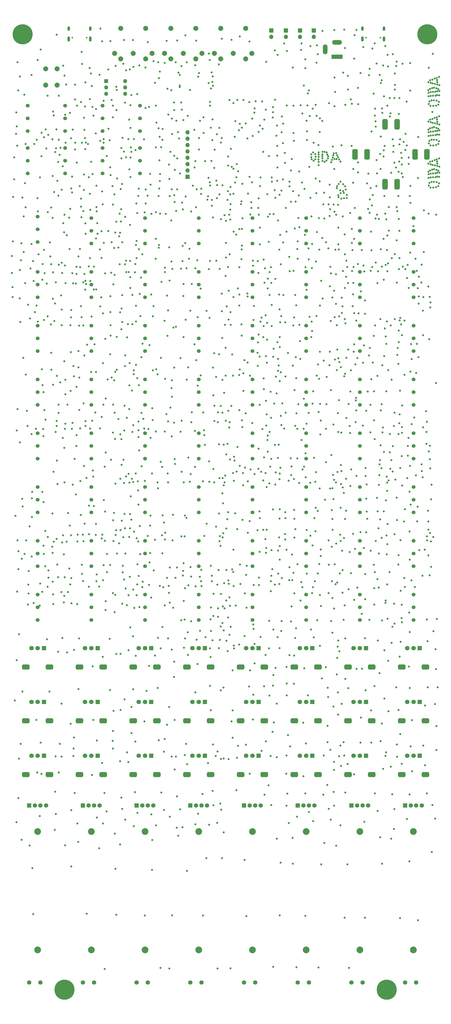
<source format=gbr>
%TF.GenerationSoftware,KiCad,Pcbnew,7.99.0-1990-g812c56bdc7*%
%TF.CreationDate,2023-08-03T23:21:48+02:00*%
%TF.ProjectId,esp32_midi,65737033-325f-46d6-9964-692e6b696361,rev?*%
%TF.SameCoordinates,Original*%
%TF.FileFunction,Soldermask,Bot*%
%TF.FilePolarity,Negative*%
%FSLAX46Y46*%
G04 Gerber Fmt 4.6, Leading zero omitted, Abs format (unit mm)*
G04 Created by KiCad (PCBNEW 7.99.0-1990-g812c56bdc7) date 2023-08-03 23:21:48*
%MOMM*%
%LPD*%
G01*
G04 APERTURE LIST*
G04 Aperture macros list*
%AMRoundRect*
0 Rectangle with rounded corners*
0 $1 Rounding radius*
0 $2 $3 $4 $5 $6 $7 $8 $9 X,Y pos of 4 corners*
0 Add a 4 corners polygon primitive as box body*
4,1,4,$2,$3,$4,$5,$6,$7,$8,$9,$2,$3,0*
0 Add four circle primitives for the rounded corners*
1,1,$1+$1,$2,$3*
1,1,$1+$1,$4,$5*
1,1,$1+$1,$6,$7*
1,1,$1+$1,$8,$9*
0 Add four rect primitives between the rounded corners*
20,1,$1+$1,$2,$3,$4,$5,0*
20,1,$1+$1,$4,$5,$6,$7,0*
20,1,$1+$1,$6,$7,$8,$9,0*
20,1,$1+$1,$8,$9,$2,$3,0*%
G04 Aperture macros list end*
%ADD10C,1.524000*%
%ADD11R,1.750000X1.750000*%
%ADD12C,1.750000*%
%ADD13C,2.700000*%
%ADD14R,1.800000X1.800000*%
%ADD15C,1.800000*%
%ADD16RoundRect,0.500000X-1.000000X0.500000X-1.000000X-0.500000X1.000000X-0.500000X1.000000X0.500000X0*%
%ADD17C,0.900000*%
%ADD18C,8.000000*%
%ADD19R,1.700000X1.700000*%
%ADD20O,1.700000X1.700000*%
%ADD21RoundRect,0.550000X-0.550000X-1.550000X0.550000X-1.550000X0.550000X1.550000X-0.550000X1.550000X0*%
%ADD22C,0.650000*%
%ADD23O,1.000000X2.100000*%
%ADD24O,1.000000X1.800000*%
%ADD25R,1.600000X1.600000*%
%ADD26O,1.600000X1.600000*%
%ADD27C,2.000000*%
%ADD28R,4.400000X1.800000*%
%ADD29O,4.000000X1.800000*%
%ADD30O,1.800000X4.000000*%
%ADD31C,0.800000*%
G04 APERTURE END LIST*
D10*
%TO.C,SW26*%
X182000000Y-133520000D03*
X182000000Y-138600000D03*
X182000000Y-143680000D03*
%TD*%
%TO.C,SW31*%
X289500000Y-133520000D03*
X289500000Y-138600000D03*
X289500000Y-143680000D03*
%TD*%
%TO.C,SW60*%
X225000000Y-219520000D03*
X225000000Y-224600000D03*
X225000000Y-229680000D03*
%TD*%
%TO.C,SW6*%
X178000000Y-62520000D03*
X178000000Y-67600000D03*
X178000000Y-72680000D03*
%TD*%
%TO.C,SW52*%
X225000000Y-198020000D03*
X225000000Y-203100000D03*
X225000000Y-208180000D03*
%TD*%
D11*
%TO.C,R16*%
X178640000Y-325375000D03*
D12*
X180890000Y-325375000D03*
X178640000Y-396125000D03*
X183090000Y-325375000D03*
X185340000Y-325375000D03*
X183090000Y-396125000D03*
D13*
X181990000Y-335780000D03*
X181990000Y-383110000D03*
%TD*%
D10*
%TO.C,SW12*%
X225000000Y-90520000D03*
X225000000Y-95600000D03*
X225000000Y-100680000D03*
%TD*%
%TO.C,SW14*%
X268000000Y-90520000D03*
X268000000Y-95600000D03*
X268000000Y-100680000D03*
%TD*%
%TO.C,SW37*%
X246500000Y-155020000D03*
X246500000Y-160100000D03*
X246500000Y-165180000D03*
%TD*%
D14*
%TO.C,R31*%
X335000000Y-262500000D03*
D15*
X332500000Y-262500000D03*
X330000000Y-262500000D03*
D16*
X337250000Y-270000000D03*
X327750000Y-270000000D03*
%TD*%
D10*
%TO.C,SW33*%
X332500000Y-133520000D03*
X332500000Y-138600000D03*
X332500000Y-143680000D03*
%TD*%
%TO.C,SW36*%
X225000000Y-155020000D03*
X225000000Y-160100000D03*
X225000000Y-165180000D03*
%TD*%
D17*
%TO.C,H4*%
X318750000Y-399000000D03*
X319628680Y-396878680D03*
X319628680Y-401121320D03*
X321750000Y-396000000D03*
D18*
X321750000Y-399000000D03*
D17*
X321750000Y-402000000D03*
X323871320Y-396878680D03*
X323871320Y-401121320D03*
X324750000Y-399000000D03*
%TD*%
D10*
%TO.C,SW29*%
X246500000Y-133520000D03*
X246500000Y-138600000D03*
X246500000Y-143680000D03*
%TD*%
D14*
%TO.C,R26*%
X227500000Y-262500000D03*
D15*
X225000000Y-262500000D03*
X222500000Y-262500000D03*
D16*
X229750000Y-270000000D03*
X220250000Y-270000000D03*
%TD*%
D19*
%TO.C,SW79*%
X281400000Y-15500000D03*
D20*
X281400000Y-18040000D03*
%TD*%
D14*
%TO.C,R47*%
X335000000Y-305500000D03*
D15*
X332500000Y-305500000D03*
X330000000Y-305500000D03*
D16*
X337250000Y-313000000D03*
X327750000Y-313000000D03*
%TD*%
D10*
%TO.C,SW63*%
X289500000Y-219520000D03*
X289500000Y-224600000D03*
X289500000Y-229680000D03*
%TD*%
%TO.C,SW10*%
X182000000Y-89920000D03*
X182000000Y-95000000D03*
X182000000Y-100080000D03*
%TD*%
D14*
%TO.C,R29*%
X292000000Y-262500000D03*
D15*
X289500000Y-262500000D03*
X287000000Y-262500000D03*
D16*
X294250000Y-270000000D03*
X284750000Y-270000000D03*
%TD*%
D21*
%TO.C,SW74*%
X313900000Y-65000000D03*
X309100000Y-65000000D03*
%TD*%
D22*
%TO.C,USBC1*%
X319225000Y-18387500D03*
X313445000Y-18387500D03*
D23*
X320655000Y-18887500D03*
D24*
X320655000Y-14707500D03*
X312015000Y-14707500D03*
D23*
X312015000Y-18887500D03*
%TD*%
D10*
%TO.C,SW7*%
X193000000Y-62520000D03*
X193000000Y-67600000D03*
X193000000Y-72680000D03*
%TD*%
D14*
%TO.C,R39*%
X335000000Y-284000000D03*
D15*
X332500000Y-284000000D03*
X330000000Y-284000000D03*
D16*
X337250000Y-291500000D03*
X327750000Y-291500000D03*
%TD*%
D10*
%TO.C,SW61*%
X246500000Y-219520000D03*
X246500000Y-224600000D03*
X246500000Y-229680000D03*
%TD*%
%TO.C,SW42*%
X182000000Y-176520000D03*
X182000000Y-181600000D03*
X182000000Y-186680000D03*
%TD*%
D14*
%TO.C,R38*%
X313500000Y-284000000D03*
D15*
X311000000Y-284000000D03*
X308500000Y-284000000D03*
D16*
X315750000Y-291500000D03*
X306250000Y-291500000D03*
%TD*%
D11*
%TO.C,R17*%
X200140000Y-325375000D03*
D12*
X202390000Y-325375000D03*
X200140000Y-396125000D03*
X204590000Y-325375000D03*
X206840000Y-325375000D03*
X204590000Y-396125000D03*
D13*
X203490000Y-335780000D03*
X203490000Y-383110000D03*
%TD*%
D10*
%TO.C,SW2*%
X178000000Y-45520000D03*
X178000000Y-50600000D03*
X178000000Y-55680000D03*
%TD*%
D14*
%TO.C,R25*%
X206000000Y-262500000D03*
D15*
X203500000Y-262500000D03*
X201000000Y-262500000D03*
D16*
X208250000Y-270000000D03*
X198750000Y-270000000D03*
%TD*%
D25*
%TO.C,U4*%
X209400000Y-35700000D03*
D26*
X209400000Y-38240000D03*
X209400000Y-40780000D03*
X217020000Y-40780000D03*
X217020000Y-38240000D03*
X217020000Y-35700000D03*
%TD*%
D10*
%TO.C,SW38*%
X268000000Y-155020000D03*
X268000000Y-160100000D03*
X268000000Y-165180000D03*
%TD*%
%TO.C,SW50*%
X182000000Y-198020000D03*
X182000000Y-203100000D03*
X182000000Y-208180000D03*
%TD*%
%TO.C,SW73*%
X332500000Y-241020000D03*
X332500000Y-246100000D03*
X332500000Y-251180000D03*
%TD*%
%TO.C,SW48*%
X311000000Y-176520000D03*
X311000000Y-181600000D03*
X311000000Y-186680000D03*
%TD*%
%TO.C,SW32*%
X311000000Y-133520000D03*
X311000000Y-138600000D03*
X311000000Y-143680000D03*
%TD*%
%TO.C,SW72*%
X311000000Y-241020000D03*
X311000000Y-246100000D03*
X311000000Y-251180000D03*
%TD*%
D14*
%TO.C,R46*%
X313500000Y-305500000D03*
D15*
X311000000Y-305500000D03*
X308500000Y-305500000D03*
D16*
X315750000Y-313000000D03*
X306250000Y-313000000D03*
%TD*%
D19*
%TO.C,SW81*%
X292550000Y-15500000D03*
D20*
X292550000Y-18040000D03*
%TD*%
D10*
%TO.C,SW35*%
X203500000Y-155020000D03*
X203500000Y-160100000D03*
X203500000Y-165180000D03*
%TD*%
%TO.C,SW13*%
X246500000Y-90520000D03*
X246500000Y-95600000D03*
X246500000Y-100680000D03*
%TD*%
D11*
%TO.C,R22*%
X307640000Y-325375000D03*
D12*
X309890000Y-325375000D03*
X307640000Y-396125000D03*
X312090000Y-325375000D03*
X314340000Y-325375000D03*
X312090000Y-396125000D03*
D13*
X310990000Y-335780000D03*
X310990000Y-383110000D03*
%TD*%
D10*
%TO.C,SW69*%
X246500000Y-241020000D03*
X246500000Y-246100000D03*
X246500000Y-251180000D03*
%TD*%
D14*
%TO.C,R44*%
X270500000Y-305500000D03*
D15*
X268000000Y-305500000D03*
X265500000Y-305500000D03*
D16*
X272750000Y-313000000D03*
X263250000Y-313000000D03*
%TD*%
D27*
%TO.C,J4*%
X252800000Y-24622500D03*
X260300000Y-24622500D03*
X267800000Y-24622500D03*
X255300000Y-26822500D03*
X265300000Y-26822500D03*
X265300000Y-14622500D03*
X255300000Y-14622500D03*
%TD*%
D19*
%TO.C,J1*%
X242000000Y-74000000D03*
D20*
X242000000Y-71460000D03*
X242000000Y-68920000D03*
X242000000Y-66380000D03*
X242000000Y-63840000D03*
X242000000Y-61300000D03*
X242000000Y-58760000D03*
X242000000Y-56220000D03*
%TD*%
D14*
%TO.C,R45*%
X292000000Y-305500000D03*
D15*
X289500000Y-305500000D03*
X287000000Y-305500000D03*
D16*
X294250000Y-313000000D03*
X284750000Y-313000000D03*
%TD*%
D10*
%TO.C,SW49*%
X332500000Y-176520000D03*
X332500000Y-181600000D03*
X332500000Y-186680000D03*
%TD*%
%TO.C,SW21*%
X246500000Y-112020000D03*
X246500000Y-117100000D03*
X246500000Y-122180000D03*
%TD*%
D19*
%TO.C,SW80*%
X287050000Y-15500000D03*
D20*
X287050000Y-18040000D03*
%TD*%
D10*
%TO.C,SW68*%
X225000000Y-241020000D03*
X225000000Y-246100000D03*
X225000000Y-251180000D03*
%TD*%
D14*
%TO.C,R34*%
X227500000Y-284000000D03*
D15*
X225000000Y-284000000D03*
X222500000Y-284000000D03*
D16*
X229750000Y-291500000D03*
X220250000Y-291500000D03*
%TD*%
D21*
%TO.C,SW75*%
X325900000Y-53000000D03*
X321100000Y-53000000D03*
%TD*%
D14*
%TO.C,R30*%
X313500000Y-262500000D03*
D15*
X311000000Y-262500000D03*
X308500000Y-262500000D03*
D16*
X315750000Y-270000000D03*
X306250000Y-270000000D03*
%TD*%
D22*
%TO.C,USBC2*%
X201635000Y-18387500D03*
X195855000Y-18387500D03*
D23*
X203065000Y-18887500D03*
D24*
X203065000Y-14707500D03*
X194425000Y-14707500D03*
D23*
X194425000Y-18887500D03*
%TD*%
D10*
%TO.C,SW58*%
X182000000Y-219520000D03*
X182000000Y-224600000D03*
X182000000Y-229680000D03*
%TD*%
D17*
%TO.C,H2*%
X335000000Y-17000000D03*
X335878680Y-14878680D03*
X335878680Y-19121320D03*
X338000000Y-14000000D03*
D18*
X338000000Y-17000000D03*
D17*
X338000000Y-20000000D03*
X340121320Y-14878680D03*
X340121320Y-19121320D03*
X341000000Y-17000000D03*
%TD*%
D10*
%TO.C,SW30*%
X268000000Y-133520000D03*
X268000000Y-138600000D03*
X268000000Y-143680000D03*
%TD*%
%TO.C,SW46*%
X268000000Y-176520000D03*
X268000000Y-181600000D03*
X268000000Y-186680000D03*
%TD*%
%TO.C,SW55*%
X289500000Y-198020000D03*
X289500000Y-203100000D03*
X289500000Y-208180000D03*
%TD*%
%TO.C,SW45*%
X246500000Y-176520000D03*
X246500000Y-181600000D03*
X246500000Y-186680000D03*
%TD*%
%TO.C,SW56*%
X311000000Y-198020000D03*
X311000000Y-203100000D03*
X311000000Y-208180000D03*
%TD*%
%TO.C,SW57*%
X332500000Y-198020000D03*
X332500000Y-203100000D03*
X332500000Y-208180000D03*
%TD*%
%TO.C,SW34*%
X182000000Y-155020000D03*
X182000000Y-160100000D03*
X182000000Y-165180000D03*
%TD*%
%TO.C,SW71*%
X289500000Y-241020000D03*
X289500000Y-246100000D03*
X289500000Y-251180000D03*
%TD*%
%TO.C,SW25*%
X332500000Y-112020000D03*
X332500000Y-117100000D03*
X332500000Y-122180000D03*
%TD*%
%TO.C,SW41*%
X332500000Y-155020000D03*
X332500000Y-160100000D03*
X332500000Y-165180000D03*
%TD*%
%TO.C,SW4*%
X208000000Y-45520000D03*
X208000000Y-50600000D03*
X208000000Y-55680000D03*
%TD*%
%TO.C,SW24*%
X311000000Y-112020000D03*
X311000000Y-117100000D03*
X311000000Y-122180000D03*
%TD*%
D28*
%TO.C,J2*%
X301900000Y-25997500D03*
D29*
X301900000Y-20197500D03*
D30*
X297100000Y-22997500D03*
%TD*%
D10*
%TO.C,SW44*%
X225000000Y-176520000D03*
X225000000Y-181600000D03*
X225000000Y-186680000D03*
%TD*%
D14*
%TO.C,R43*%
X249000000Y-305500000D03*
D15*
X246500000Y-305500000D03*
X244000000Y-305500000D03*
D16*
X251250000Y-313000000D03*
X241750000Y-313000000D03*
%TD*%
D10*
%TO.C,SW16*%
X311000000Y-90520000D03*
X311000000Y-95600000D03*
X311000000Y-100680000D03*
%TD*%
D21*
%TO.C,SW77*%
X325900000Y-77000000D03*
X321100000Y-77000000D03*
%TD*%
D14*
%TO.C,R42*%
X227500000Y-305500000D03*
D15*
X225000000Y-305500000D03*
X222500000Y-305500000D03*
D16*
X229750000Y-313000000D03*
X220250000Y-313000000D03*
%TD*%
D10*
%TO.C,SW5*%
X223000000Y-45520000D03*
X223000000Y-50600000D03*
X223000000Y-55680000D03*
%TD*%
%TO.C,SW59*%
X203500000Y-219520000D03*
X203500000Y-224600000D03*
X203500000Y-229680000D03*
%TD*%
D14*
%TO.C,R35*%
X249000000Y-284000000D03*
D15*
X246500000Y-284000000D03*
X244000000Y-284000000D03*
D16*
X251250000Y-291500000D03*
X241750000Y-291500000D03*
%TD*%
D10*
%TO.C,SW39*%
X289500000Y-155020000D03*
X289500000Y-160100000D03*
X289500000Y-165180000D03*
%TD*%
%TO.C,SW19*%
X203500000Y-112020000D03*
X203500000Y-117100000D03*
X203500000Y-122180000D03*
%TD*%
%TO.C,SW53*%
X246500000Y-198020000D03*
X246500000Y-203100000D03*
X246500000Y-208180000D03*
%TD*%
D27*
%TO.C,J5*%
X212800000Y-24622500D03*
X220300000Y-24622500D03*
X227800000Y-24622500D03*
X215300000Y-26822500D03*
X225300000Y-26822500D03*
X225300000Y-14622500D03*
X215300000Y-14622500D03*
%TD*%
D14*
%TO.C,R37*%
X292000000Y-284000000D03*
D15*
X289500000Y-284000000D03*
X287000000Y-284000000D03*
D16*
X294250000Y-291500000D03*
X284750000Y-291500000D03*
%TD*%
D10*
%TO.C,SW22*%
X268000000Y-112020000D03*
X268000000Y-117100000D03*
X268000000Y-122180000D03*
%TD*%
D11*
%TO.C,R21*%
X286140000Y-325375000D03*
D12*
X288390000Y-325375000D03*
X286140000Y-396125000D03*
X290590000Y-325375000D03*
X292840000Y-325375000D03*
X290590000Y-396125000D03*
D13*
X289490000Y-335780000D03*
X289490000Y-383110000D03*
%TD*%
D10*
%TO.C,SW40*%
X311000000Y-155020000D03*
X311000000Y-160100000D03*
X311000000Y-165180000D03*
%TD*%
%TO.C,SW70*%
X268000000Y-241020000D03*
X268000000Y-246100000D03*
X268000000Y-251180000D03*
%TD*%
%TO.C,SW67*%
X203500000Y-241020000D03*
X203500000Y-246100000D03*
X203500000Y-251180000D03*
%TD*%
%TO.C,SW3*%
X193000000Y-45520000D03*
X193000000Y-50600000D03*
X193000000Y-55680000D03*
%TD*%
%TO.C,SW27*%
X203500000Y-133520000D03*
X203500000Y-138600000D03*
X203500000Y-143680000D03*
%TD*%
D14*
%TO.C,R36*%
X270500000Y-284000000D03*
D15*
X268000000Y-284000000D03*
X265500000Y-284000000D03*
D16*
X272750000Y-291500000D03*
X263250000Y-291500000D03*
%TD*%
D10*
%TO.C,SW54*%
X268000000Y-198020000D03*
X268000000Y-203100000D03*
X268000000Y-208180000D03*
%TD*%
D17*
%TO.C,H1*%
X173000000Y-17000000D03*
X173878680Y-14878680D03*
X173878680Y-19121320D03*
X176000000Y-14000000D03*
D18*
X176000000Y-17000000D03*
D17*
X176000000Y-20000000D03*
X178121320Y-14878680D03*
X178121320Y-19121320D03*
X179000000Y-17000000D03*
%TD*%
D10*
%TO.C,SW20*%
X225000000Y-112020000D03*
X225000000Y-117100000D03*
X225000000Y-122180000D03*
%TD*%
D17*
%TO.C,H3*%
X189750000Y-399000000D03*
X190628680Y-396878680D03*
X190628680Y-401121320D03*
X192750000Y-396000000D03*
D18*
X192750000Y-399000000D03*
D17*
X192750000Y-402000000D03*
X194871320Y-396878680D03*
X194871320Y-401121320D03*
X195750000Y-399000000D03*
%TD*%
D10*
%TO.C,SW17*%
X332500000Y-90520000D03*
X332500000Y-95600000D03*
X332500000Y-100680000D03*
%TD*%
%TO.C,SW15*%
X289500000Y-90520000D03*
X289500000Y-95600000D03*
X289500000Y-100680000D03*
%TD*%
D11*
%TO.C,R20*%
X264640000Y-325375000D03*
D12*
X266890000Y-325375000D03*
X264640000Y-396125000D03*
X269090000Y-325375000D03*
X271340000Y-325375000D03*
X269090000Y-396125000D03*
D13*
X267990000Y-335780000D03*
X267990000Y-383110000D03*
%TD*%
D19*
%TO.C,SW78*%
X275550000Y-15500000D03*
D20*
X275550000Y-18040000D03*
%TD*%
D10*
%TO.C,SW18*%
X182000000Y-112020000D03*
X182000000Y-117100000D03*
X182000000Y-122180000D03*
%TD*%
%TO.C,SW66*%
X182000000Y-241020000D03*
X182000000Y-246100000D03*
X182000000Y-251180000D03*
%TD*%
D11*
%TO.C,R23*%
X329140000Y-325375000D03*
D12*
X331390000Y-325375000D03*
X329140000Y-396125000D03*
X333590000Y-325375000D03*
X335840000Y-325375000D03*
X333590000Y-396125000D03*
D13*
X332490000Y-335780000D03*
X332490000Y-383110000D03*
%TD*%
D10*
%TO.C,SW47*%
X289500000Y-176520000D03*
X289500000Y-181600000D03*
X289500000Y-186680000D03*
%TD*%
D14*
%TO.C,R28*%
X270500000Y-262500000D03*
D15*
X268000000Y-262500000D03*
X265500000Y-262500000D03*
D16*
X272750000Y-270000000D03*
X263250000Y-270000000D03*
%TD*%
D14*
%TO.C,R33*%
X206000000Y-284000000D03*
D15*
X203500000Y-284000000D03*
X201000000Y-284000000D03*
D16*
X208250000Y-291500000D03*
X198750000Y-291500000D03*
%TD*%
D11*
%TO.C,R18*%
X221640000Y-325375000D03*
D12*
X223890000Y-325375000D03*
X221640000Y-396125000D03*
X226090000Y-325375000D03*
X228340000Y-325375000D03*
X226090000Y-396125000D03*
D13*
X224990000Y-335780000D03*
X224990000Y-383110000D03*
%TD*%
D14*
%TO.C,R40*%
X184500000Y-305500000D03*
D15*
X182000000Y-305500000D03*
X179500000Y-305500000D03*
D16*
X186750000Y-313000000D03*
X177250000Y-313000000D03*
%TD*%
D10*
%TO.C,SW62*%
X268000000Y-219520000D03*
X268000000Y-224600000D03*
X268000000Y-229680000D03*
%TD*%
%TO.C,SW8*%
X208000000Y-62520000D03*
X208000000Y-67600000D03*
X208000000Y-72680000D03*
%TD*%
%TO.C,SW65*%
X332500000Y-219520000D03*
X332500000Y-224600000D03*
X332500000Y-229680000D03*
%TD*%
%TO.C,SW51*%
X203500000Y-198020000D03*
X203500000Y-203100000D03*
X203500000Y-208180000D03*
%TD*%
%TO.C,SW23*%
X289500000Y-112020000D03*
X289500000Y-117100000D03*
X289500000Y-122180000D03*
%TD*%
D14*
%TO.C,R24*%
X184500000Y-262500000D03*
D15*
X182000000Y-262500000D03*
X179500000Y-262500000D03*
D16*
X186750000Y-270000000D03*
X177250000Y-270000000D03*
%TD*%
D10*
%TO.C,SW28*%
X225000000Y-133520000D03*
X225000000Y-138600000D03*
X225000000Y-143680000D03*
%TD*%
D14*
%TO.C,R32*%
X184500000Y-284000000D03*
D15*
X182000000Y-284000000D03*
X179500000Y-284000000D03*
D16*
X186750000Y-291500000D03*
X177250000Y-291500000D03*
%TD*%
D10*
%TO.C,SW43*%
X203500000Y-176520000D03*
X203500000Y-181600000D03*
X203500000Y-186680000D03*
%TD*%
%TO.C,SW11*%
X203500000Y-90520000D03*
X203500000Y-95600000D03*
X203500000Y-100680000D03*
%TD*%
D11*
%TO.C,R19*%
X243140000Y-325375000D03*
D12*
X245390000Y-325375000D03*
X243140000Y-396125000D03*
X247590000Y-325375000D03*
X249840000Y-325375000D03*
X247590000Y-396125000D03*
D13*
X246490000Y-335780000D03*
X246490000Y-383110000D03*
%TD*%
D10*
%TO.C,SW9*%
X223000000Y-62520000D03*
X223000000Y-67600000D03*
X223000000Y-72680000D03*
%TD*%
D14*
%TO.C,R27*%
X249000000Y-262500000D03*
D15*
X246500000Y-262500000D03*
X244000000Y-262500000D03*
D16*
X251250000Y-270000000D03*
X241750000Y-270000000D03*
%TD*%
D10*
%TO.C,SW64*%
X311000000Y-219520000D03*
X311000000Y-224600000D03*
X311000000Y-229680000D03*
%TD*%
D14*
%TO.C,R41*%
X206000000Y-305500000D03*
D15*
X203500000Y-305500000D03*
X201000000Y-305500000D03*
D16*
X208250000Y-313000000D03*
X198750000Y-313000000D03*
%TD*%
D27*
%TO.C,SW1*%
X185250000Y-37350000D03*
X185250000Y-30850000D03*
X189750000Y-37350000D03*
X189750000Y-30850000D03*
%TD*%
D21*
%TO.C,SW76*%
X337900000Y-65000000D03*
X333100000Y-65000000D03*
%TD*%
D27*
%TO.C,J6*%
X232800000Y-24622500D03*
X240300000Y-24622500D03*
X247800000Y-24622500D03*
X235300000Y-26822500D03*
X245300000Y-26822500D03*
X245300000Y-14622500D03*
X235300000Y-14622500D03*
%TD*%
D31*
X260500000Y-237629000D03*
X191674000Y-127078000D03*
X224058000Y-235898000D03*
X219100000Y-114130000D03*
X259336000Y-133162000D03*
X189669000Y-153621000D03*
X261692000Y-191829000D03*
X209225000Y-184221000D03*
X189938000Y-196821000D03*
X324998000Y-130854000D03*
X273987000Y-179272000D03*
X278249000Y-151547000D03*
X274075000Y-183891000D03*
X220232000Y-173329000D03*
X325035000Y-32669100D03*
X262785000Y-110121000D03*
X321789000Y-193852000D03*
X215550000Y-62509400D03*
X264338000Y-152533000D03*
X193142000Y-116464000D03*
X317700000Y-28695900D03*
X216762000Y-282931000D03*
X189650000Y-173623000D03*
X328850000Y-131488000D03*
X204089000Y-191446000D03*
X313078000Y-123442000D03*
X197838000Y-244886000D03*
X311442000Y-119798000D03*
X324848000Y-68309000D03*
X278838000Y-127008000D03*
X231431000Y-62135700D03*
X278834000Y-194925000D03*
X212348000Y-117003000D03*
X300997000Y-147071000D03*
X232826000Y-131575000D03*
X305489000Y-194739000D03*
X317401000Y-108248000D03*
X207062000Y-59575000D03*
X263750000Y-171364000D03*
X299012000Y-117737000D03*
X204349000Y-49526200D03*
X221354000Y-131785000D03*
X211146000Y-121761000D03*
X218988000Y-107612000D03*
X301822000Y-133348000D03*
X275342000Y-235728000D03*
X301825000Y-151297000D03*
X289193000Y-27012600D03*
X311272000Y-32539200D03*
X235557000Y-107861000D03*
X322322000Y-108658000D03*
X247437000Y-235728000D03*
X194941000Y-48438700D03*
X310238000Y-108842000D03*
X193792000Y-264193000D03*
X257925000Y-210874429D03*
X191169000Y-62366200D03*
X236617000Y-172277000D03*
X296418000Y-85000800D03*
X313025000Y-128762000D03*
X282762000Y-106044000D03*
X192725000Y-33550000D03*
X231250000Y-262525000D03*
X228475000Y-231400000D03*
X206600000Y-237825000D03*
X181325000Y-174750000D03*
X252225000Y-150250000D03*
X324925000Y-168300000D03*
X300850000Y-66850000D03*
X191625000Y-133325000D03*
X321650000Y-91025000D03*
X174250000Y-230875000D03*
X202925000Y-80800000D03*
X270800000Y-207750000D03*
X213200000Y-29600000D03*
X173925000Y-166850000D03*
X267250000Y-191000000D03*
X245925000Y-107325000D03*
X207575000Y-95750000D03*
X245475000Y-147350000D03*
X294150000Y-232600000D03*
X241700000Y-155125000D03*
X303775000Y-122375000D03*
X207500000Y-122150000D03*
X301925000Y-65325000D03*
X322650000Y-95500000D03*
X230700000Y-78650000D03*
X236700000Y-47325000D03*
X279650000Y-173225000D03*
X323800000Y-106550000D03*
X303775000Y-284725000D03*
X217350000Y-31375000D03*
X196000000Y-172350000D03*
X177450000Y-219400000D03*
X241575000Y-210400000D03*
X323725000Y-155075000D03*
X267075000Y-271375000D03*
X315250000Y-165200000D03*
X317400000Y-53925000D03*
X270875000Y-145875000D03*
X221850000Y-40900000D03*
X340400000Y-218000000D03*
X214975000Y-96325000D03*
X188150000Y-112200000D03*
X193450000Y-37125000D03*
X289350000Y-194125000D03*
X192525000Y-224950000D03*
X342000000Y-41300000D03*
X174225000Y-39475000D03*
X339700000Y-59200000D03*
X208525000Y-100400000D03*
X340100000Y-35125000D03*
X330975000Y-81675000D03*
X300550000Y-85050000D03*
X233800000Y-234350000D03*
X293700000Y-28350000D03*
X227550000Y-328900000D03*
X196950000Y-63100000D03*
X294550000Y-66050000D03*
X317900000Y-202350000D03*
X272525000Y-154625000D03*
X188450000Y-49475000D03*
X336150000Y-194100000D03*
X254600000Y-144925000D03*
X302300000Y-66150000D03*
X312775000Y-331925000D03*
X189850000Y-75575000D03*
X312175000Y-173475000D03*
X338550000Y-88750000D03*
X222000000Y-328300000D03*
X265000000Y-240550000D03*
X319375000Y-102950000D03*
X264325000Y-197375000D03*
X309025000Y-86450000D03*
X200675000Y-112850000D03*
X334300000Y-74525000D03*
X327175000Y-296800000D03*
X230750000Y-67425000D03*
X284700000Y-207200000D03*
X327900000Y-174050000D03*
X339150000Y-38850000D03*
X338525000Y-56125000D03*
X339425000Y-55925000D03*
X304175000Y-198225000D03*
X295125000Y-164725000D03*
X278475000Y-149425000D03*
X253450000Y-154025000D03*
X274800000Y-281400000D03*
X201000000Y-45875000D03*
X208050000Y-265925000D03*
X296075000Y-15675000D03*
X277900000Y-61675000D03*
X334625000Y-113975000D03*
X286700000Y-196400000D03*
X200500000Y-79225000D03*
X216075000Y-229525000D03*
X273025000Y-110575000D03*
X247275000Y-153425000D03*
X202475000Y-74175000D03*
X197025000Y-60375000D03*
X275300000Y-159900000D03*
X219025000Y-208875000D03*
X212575000Y-208325000D03*
X241600000Y-110600000D03*
X210350000Y-54800000D03*
X195775000Y-73950000D03*
X339325000Y-45675000D03*
X215775000Y-76875000D03*
X196275000Y-305600000D03*
X324200000Y-181700000D03*
X172025000Y-122125000D03*
X268250000Y-109550000D03*
X299100000Y-198600000D03*
X338200000Y-278150000D03*
X199075000Y-195650000D03*
X253425000Y-213850000D03*
X314300000Y-86900000D03*
X338525000Y-40350000D03*
X227850000Y-166575000D03*
X275575000Y-186800000D03*
X197775000Y-45525000D03*
X320925000Y-61675000D03*
X212750000Y-81025000D03*
X313350000Y-279275000D03*
X299850000Y-235700000D03*
X270450000Y-82600000D03*
X285625000Y-390075000D03*
X218650000Y-51150000D03*
X307850000Y-44750000D03*
X331850000Y-291275000D03*
X321150000Y-88700000D03*
X189150000Y-305725000D03*
X228975000Y-265400000D03*
X216300000Y-28800000D03*
X281225000Y-210500000D03*
X176375000Y-89800000D03*
X219500000Y-211100000D03*
X310525000Y-128575000D03*
X300850000Y-34275000D03*
X192475000Y-244175000D03*
X326450000Y-229000000D03*
X249025000Y-67700000D03*
X252475000Y-240675000D03*
X195475000Y-327275000D03*
X215675000Y-211525000D03*
X319075000Y-187275000D03*
X210900000Y-59350000D03*
X172175000Y-82050000D03*
X219125000Y-45350000D03*
X234725000Y-390575000D03*
X221300000Y-265475000D03*
X246025000Y-268825000D03*
X319925000Y-46625000D03*
X291150000Y-196375000D03*
X173550000Y-332025000D03*
X257475000Y-106275000D03*
X340350000Y-41600000D03*
X204250000Y-291150000D03*
X225625000Y-279575000D03*
X192950000Y-109500000D03*
X273250000Y-265200000D03*
X274700000Y-251575000D03*
X172600000Y-66225000D03*
X184200000Y-174800000D03*
X270075000Y-144350000D03*
X339325000Y-61450000D03*
X291625000Y-89850000D03*
X320225000Y-174275000D03*
X301975000Y-266400000D03*
X190200000Y-263925000D03*
X179750000Y-202500000D03*
X262000000Y-182000000D03*
X239425000Y-110775000D03*
X270400000Y-190725000D03*
X309382000Y-163423000D03*
X296900000Y-67950000D03*
X233975000Y-137625000D03*
X278950000Y-138050000D03*
X295050000Y-261575000D03*
X304750000Y-15150000D03*
X287500000Y-23275000D03*
X285175000Y-214925000D03*
X300650000Y-64575000D03*
X205675000Y-330200000D03*
X272075000Y-54800000D03*
X340775000Y-38325000D03*
X277075000Y-43200000D03*
X319400000Y-167425000D03*
X339200000Y-126250000D03*
X252375000Y-325325000D03*
X281425000Y-86475000D03*
X284150000Y-30275000D03*
X199600000Y-130175000D03*
X265975000Y-58650000D03*
X339150000Y-71450000D03*
X324850000Y-326825000D03*
X325800000Y-99400000D03*
X326875000Y-106550000D03*
X330775000Y-248250000D03*
X291925000Y-240425000D03*
X290975000Y-49675000D03*
X296075000Y-67625000D03*
X261900000Y-214900000D03*
X250650000Y-333050000D03*
X325600000Y-278150000D03*
X213500000Y-38050000D03*
X239825000Y-84300000D03*
X251025000Y-107600000D03*
X178750000Y-213800000D03*
X272725000Y-51100000D03*
X195375000Y-217375000D03*
X178275000Y-237050000D03*
X322150000Y-250700000D03*
X326900000Y-95550000D03*
X326625000Y-140125000D03*
X310375000Y-45000000D03*
X186000000Y-41550000D03*
X190425000Y-41600000D03*
X283550000Y-193325000D03*
X313750000Y-197025000D03*
X198600000Y-133550000D03*
X320800000Y-145750000D03*
X233525000Y-168875000D03*
X198350000Y-105825000D03*
X315375000Y-111575000D03*
X273725000Y-169025000D03*
X255825000Y-346450000D03*
X213050000Y-96300000D03*
X236700000Y-65600000D03*
X232250000Y-238125000D03*
X318925000Y-272475000D03*
X228175000Y-129800000D03*
X221625000Y-241300000D03*
X320025000Y-48450000D03*
X329100000Y-206900000D03*
X259000000Y-187025000D03*
X256475000Y-197325000D03*
X342425000Y-60875000D03*
X341975000Y-51950000D03*
X261150000Y-51725000D03*
X308700000Y-312900000D03*
X302700000Y-67025000D03*
X275725000Y-74225000D03*
X340350000Y-55850000D03*
X220500000Y-151425000D03*
X243125000Y-127550000D03*
X339825000Y-344025000D03*
X282475000Y-195525000D03*
X239250000Y-175950000D03*
X336650000Y-87375000D03*
X306350000Y-143100000D03*
X218325000Y-58950000D03*
X326600000Y-48850000D03*
X248750000Y-217600000D03*
X290000000Y-45425000D03*
X230000000Y-196175000D03*
X184300000Y-177675000D03*
X198900000Y-102900000D03*
X192875000Y-174775000D03*
X284600000Y-59575000D03*
X221900000Y-236950000D03*
X290525000Y-168375000D03*
X181925000Y-82525000D03*
X342000000Y-57075000D03*
X281050000Y-216850000D03*
X339150000Y-35350000D03*
X203350000Y-32675000D03*
X238900000Y-38100000D03*
X205500000Y-77550000D03*
X177225000Y-153075000D03*
X303700000Y-61350000D03*
X267150000Y-89050000D03*
X322875000Y-232050000D03*
X192625000Y-241550000D03*
X282850000Y-75950000D03*
X207800000Y-19850000D03*
X324450000Y-61625000D03*
X338250000Y-207525000D03*
X320025000Y-149325000D03*
X295000000Y-50650000D03*
X228975000Y-219100000D03*
X206775000Y-33158481D03*
X188200000Y-241000000D03*
X342450000Y-54750000D03*
X194600000Y-90350000D03*
X210900000Y-258750000D03*
X249225000Y-258025000D03*
X228375000Y-27775000D03*
X254500000Y-231200000D03*
X300925000Y-228925000D03*
X294950000Y-198625000D03*
X294175000Y-207600000D03*
X245050000Y-29375000D03*
X276775000Y-164650000D03*
X255975000Y-168300000D03*
X212775000Y-168300000D03*
X186000000Y-129825000D03*
X289850000Y-59225000D03*
X265450000Y-233175000D03*
X337525000Y-167700000D03*
X199375000Y-125700000D03*
X207000000Y-174550000D03*
X247050000Y-255500000D03*
X326550000Y-287175000D03*
X236625000Y-44250000D03*
X334475000Y-146100000D03*
X227800000Y-192650000D03*
X294550000Y-168100000D03*
X322050000Y-220925000D03*
X340350000Y-57375000D03*
X305800000Y-81300000D03*
X275600000Y-223300000D03*
X339500000Y-219775000D03*
X319850000Y-292575000D03*
X175025000Y-132075000D03*
X297750000Y-64275000D03*
X230900000Y-75675000D03*
X341650000Y-303225000D03*
X308350000Y-76375000D03*
X271250000Y-258000000D03*
X232625000Y-212300000D03*
X222925000Y-213575000D03*
X273700000Y-198000000D03*
X270100000Y-107700000D03*
X281625000Y-325450000D03*
X284700000Y-265400000D03*
X326925000Y-169025000D03*
X286825000Y-133200000D03*
X318850000Y-193325000D03*
X230600000Y-34525000D03*
X196025000Y-197125000D03*
X268850000Y-46675000D03*
X247650000Y-237650000D03*
X323575000Y-72400000D03*
X190850000Y-300700000D03*
X329225000Y-63275000D03*
X251700000Y-32250000D03*
X255423689Y-240760122D03*
X300825000Y-45825000D03*
X230150000Y-198525000D03*
X197450000Y-181650000D03*
X342050000Y-39825000D03*
X237850000Y-66625000D03*
X251050000Y-77500000D03*
X271675000Y-130300000D03*
X340350000Y-74200000D03*
X252700000Y-70475000D03*
X219550000Y-296425000D03*
X272325000Y-138100000D03*
X209750000Y-224775000D03*
X188850000Y-335075000D03*
X178775000Y-341375000D03*
X261350000Y-245475000D03*
X342750000Y-34025000D03*
X315675000Y-55900000D03*
X172600000Y-75025000D03*
X196200000Y-116575000D03*
X205375000Y-152025000D03*
X184325000Y-221525000D03*
X298925000Y-89675000D03*
X189575000Y-17225000D03*
X277025000Y-23425000D03*
X286025000Y-228975000D03*
X209125000Y-138800000D03*
X308925000Y-17375000D03*
X279275000Y-348250000D03*
X263175000Y-236825000D03*
X334300000Y-371275000D03*
X222400000Y-175375000D03*
X274650000Y-65675000D03*
X328250000Y-74050000D03*
X237900000Y-19475000D03*
X240300000Y-51275000D03*
X191825000Y-112425000D03*
X340400000Y-45675000D03*
X300025000Y-256300000D03*
X244850000Y-141000000D03*
X335775000Y-188950000D03*
X187075000Y-105825000D03*
X316150000Y-148225000D03*
X334650000Y-121800000D03*
X279500000Y-255625000D03*
X292275000Y-331625000D03*
X292100000Y-221425000D03*
X221275000Y-192650000D03*
X342050000Y-55600000D03*
X330500000Y-178375000D03*
X292800000Y-210500000D03*
X283325000Y-186550000D03*
X235625000Y-158475000D03*
X312775000Y-111850000D03*
X298575000Y-229075000D03*
X209025000Y-112600000D03*
X230975000Y-72925000D03*
X209025000Y-207875000D03*
X276250000Y-207025000D03*
X180225000Y-368775000D03*
X231550000Y-320225000D03*
X331500000Y-140850000D03*
X302400000Y-146575000D03*
X259752859Y-70037626D03*
X222650000Y-183375000D03*
X236575000Y-273975000D03*
X326575000Y-90875000D03*
X223100000Y-224875000D03*
X320575000Y-207800000D03*
X319125000Y-338075000D03*
X272025000Y-174800000D03*
X340525000Y-255725000D03*
X303425000Y-189200000D03*
X234050000Y-192650000D03*
X204475000Y-119025000D03*
X231250000Y-187950000D03*
X220925000Y-320050000D03*
X318550000Y-238225000D03*
X272700000Y-277700000D03*
X311475000Y-290275000D03*
X339725000Y-197125000D03*
X285925000Y-186575000D03*
X307875000Y-111650000D03*
X330950000Y-215775000D03*
X291525000Y-66100000D03*
X225150000Y-46450000D03*
X245125000Y-280150000D03*
X270875000Y-223925000D03*
X284400000Y-45575000D03*
X306500000Y-164875000D03*
X329875000Y-330775000D03*
X302550000Y-103075000D03*
X237225000Y-234350000D03*
X327875000Y-176350000D03*
X204025000Y-72875000D03*
X226575000Y-46100000D03*
X243725000Y-116850000D03*
X187975000Y-73625000D03*
X202997000Y-174710000D03*
X341300000Y-57350000D03*
X287325000Y-45375000D03*
X219150000Y-54425000D03*
X279675000Y-56225000D03*
X201350000Y-116825000D03*
X245275000Y-237725000D03*
X297375000Y-270075000D03*
X299773000Y-207302000D03*
X270175000Y-149625000D03*
X294950000Y-56075000D03*
X335625000Y-116275000D03*
X333025000Y-237975000D03*
X275725000Y-125225000D03*
X341750000Y-76125000D03*
X342825000Y-55475000D03*
X340400000Y-78275000D03*
X269325000Y-43800000D03*
X284450000Y-56475000D03*
X317750000Y-67350000D03*
X293300000Y-65975000D03*
X330875000Y-347750000D03*
X234925000Y-230250000D03*
X341650000Y-38625000D03*
X223650000Y-189700000D03*
X237875000Y-78975000D03*
X328000000Y-197475000D03*
X289425000Y-300525000D03*
X319800000Y-109900000D03*
X230600000Y-101300000D03*
X197300000Y-116650000D03*
X231225000Y-390275000D03*
X201250000Y-96750000D03*
X319625000Y-190475000D03*
X183500000Y-312725000D03*
X257725153Y-125800153D03*
X340975000Y-50450000D03*
X289800000Y-232625000D03*
X250775000Y-195950000D03*
X222350000Y-178050000D03*
X221650000Y-106475000D03*
X186775000Y-279800000D03*
X295950000Y-98475000D03*
X278925000Y-369275000D03*
X267925000Y-172425000D03*
X294450000Y-61300000D03*
X309275000Y-149025000D03*
X296575000Y-305400000D03*
X285600000Y-168600000D03*
X321750000Y-224925000D03*
X173575000Y-175400000D03*
X216300000Y-218100000D03*
X213175000Y-350700000D03*
X286125000Y-99800000D03*
X341525000Y-61300000D03*
X254025000Y-390575000D03*
X180900000Y-128075000D03*
X338450000Y-39350000D03*
X222575000Y-102975000D03*
X326850000Y-42475000D03*
X246050000Y-130100000D03*
X250575000Y-110900000D03*
X330550000Y-66325000D03*
X230175000Y-258350000D03*
X230925000Y-237550000D03*
X290825000Y-70025000D03*
X259300000Y-253875000D03*
X300150000Y-66300000D03*
X331200000Y-104275000D03*
X208950000Y-219550000D03*
X246625000Y-63100000D03*
X217750000Y-170350000D03*
X193650000Y-97350000D03*
X293300000Y-45200000D03*
X325750000Y-86100000D03*
X202975000Y-106500000D03*
X277300000Y-192225000D03*
X248700000Y-177300000D03*
X305150000Y-320225000D03*
X321900000Y-103325000D03*
X236825000Y-84100000D03*
X264350000Y-43300000D03*
X274175000Y-114750000D03*
X341850000Y-250775000D03*
X201125000Y-171700000D03*
X171700000Y-112425000D03*
X288375000Y-292275000D03*
X291225000Y-217550000D03*
X327100000Y-59025000D03*
X262900000Y-52800000D03*
X326975000Y-265825000D03*
X303200000Y-67875000D03*
X284750000Y-240500000D03*
X200550000Y-73050000D03*
X333475000Y-193400000D03*
X316850000Y-277600000D03*
X304950000Y-370275000D03*
X321650000Y-159750000D03*
X288400000Y-313725000D03*
X224850000Y-88250000D03*
X187450000Y-109000000D03*
X225250000Y-84625000D03*
X325850000Y-116300000D03*
X239575000Y-217750000D03*
X199375000Y-82750000D03*
X212050000Y-299550000D03*
X321925000Y-199525000D03*
X234850000Y-115450000D03*
X300125000Y-215125000D03*
X222550000Y-157325000D03*
X313550000Y-216125000D03*
X189275000Y-328775000D03*
X212675000Y-102475000D03*
X304100000Y-231300000D03*
X337900000Y-171925000D03*
X237825000Y-321775000D03*
X198000000Y-217125000D03*
X306000000Y-348900000D03*
X342050000Y-37050000D03*
X196850000Y-186800000D03*
X300725000Y-119525000D03*
X205275000Y-217200000D03*
X310000000Y-146450000D03*
X258500000Y-119550000D03*
X267000000Y-153525000D03*
X262800000Y-125475000D03*
X342750000Y-49800000D03*
X291700000Y-131950000D03*
X231025000Y-88750000D03*
X263725000Y-103075000D03*
X319900000Y-348675000D03*
X238890165Y-37487116D03*
X258050000Y-83200000D03*
X177650000Y-167525000D03*
X317300000Y-51825000D03*
X278700000Y-121050000D03*
X234450000Y-237575000D03*
X288725000Y-270475000D03*
X215575000Y-126700000D03*
X341100000Y-69400000D03*
X183975000Y-157275000D03*
X235175000Y-63975000D03*
X241175000Y-17400000D03*
X222100000Y-195750000D03*
X228375000Y-125750000D03*
X281200000Y-153875000D03*
X251575000Y-67650000D03*
X327825000Y-308725000D03*
X248225000Y-195750000D03*
X293375000Y-192100000D03*
X278975000Y-155700000D03*
X210300000Y-95650000D03*
X254250000Y-249975000D03*
X183725000Y-151000000D03*
X251775000Y-233475000D03*
X295225000Y-177075000D03*
X341750000Y-43525000D03*
X319750000Y-164900000D03*
X324175000Y-59050000D03*
X280725000Y-174650000D03*
X337875000Y-320525000D03*
X339150000Y-51125000D03*
X213700000Y-137975000D03*
X326050000Y-145200000D03*
X186875000Y-100275000D03*
X187975000Y-90400000D03*
X199775000Y-28875000D03*
X197950000Y-219775000D03*
X291900000Y-100875000D03*
X243450000Y-233875000D03*
X327375000Y-259950000D03*
X223525000Y-168375000D03*
X298300000Y-65775000D03*
X302275000Y-289025000D03*
X328200000Y-109900000D03*
X283450000Y-71500000D03*
X205075000Y-168200000D03*
X301800000Y-78600000D03*
X251925000Y-36050000D03*
X284150000Y-149500000D03*
X297450000Y-100200000D03*
X219175000Y-66325000D03*
X287200000Y-243375000D03*
X342725000Y-76625000D03*
X294775000Y-228850000D03*
X184700000Y-167275000D03*
X313950000Y-210750000D03*
X340100000Y-67725000D03*
X256000000Y-200575000D03*
X252725000Y-144525000D03*
X341750000Y-59300000D03*
X259524663Y-165598000D03*
X186050000Y-217975000D03*
X289650000Y-172725000D03*
X267900000Y-50750000D03*
X203725000Y-313175000D03*
X270550000Y-89175000D03*
X254925000Y-110850000D03*
X281050000Y-68400000D03*
X325575000Y-29750000D03*
X278875000Y-210650000D03*
X316625000Y-229075000D03*
X281100000Y-219000000D03*
X212225000Y-165075000D03*
X198300000Y-278800000D03*
X342050000Y-69650000D03*
X330025000Y-194450000D03*
X313525000Y-167575000D03*
X320350000Y-310700000D03*
X304550000Y-300025000D03*
X256025000Y-77400000D03*
X202550000Y-205525000D03*
X342800000Y-41400000D03*
X300225000Y-61850000D03*
X268775000Y-48350000D03*
X321025000Y-134650000D03*
X195150000Y-133325000D03*
X289700000Y-119200000D03*
X295925000Y-51625000D03*
X237475000Y-87650000D03*
X190275000Y-81500000D03*
X189525000Y-55075000D03*
X339250000Y-190600000D03*
X234575000Y-69050000D03*
X237575000Y-51550000D03*
X328800000Y-234450000D03*
X211450000Y-112325000D03*
X171625000Y-105650000D03*
X280975000Y-64400000D03*
X290575000Y-107025000D03*
X300025000Y-242375000D03*
X322350000Y-151275000D03*
X222275000Y-81600000D03*
X220925000Y-112200000D03*
X259125000Y-87125000D03*
X277225000Y-270325000D03*
X258775000Y-257125000D03*
X246600000Y-32525000D03*
X245150000Y-110600000D03*
X253250000Y-305600000D03*
X331225000Y-151925000D03*
X241000000Y-258600000D03*
X215900000Y-326725000D03*
X273500000Y-28000000D03*
X239975000Y-334075000D03*
X281175000Y-208075000D03*
X200250000Y-87750000D03*
X236025000Y-219375000D03*
X300425000Y-173025000D03*
X278975000Y-142075000D03*
X234225000Y-127425000D03*
X341100000Y-284850000D03*
X253850000Y-332300000D03*
X284125000Y-338300000D03*
X282000000Y-320650000D03*
X331900000Y-311675000D03*
X317650000Y-77700000D03*
X303275000Y-333325000D03*
X208325000Y-165125000D03*
X294450000Y-67050000D03*
X184550000Y-58125000D03*
X300000000Y-198575000D03*
X320600000Y-63400000D03*
X241675000Y-28175000D03*
X341925000Y-35300000D03*
X173375000Y-56825000D03*
X194775000Y-102900000D03*
X194075000Y-240025000D03*
X245025000Y-190025000D03*
X261575000Y-319275000D03*
X299750000Y-221925000D03*
X227075000Y-72800000D03*
X302950000Y-232575000D03*
X339425000Y-41675000D03*
X212175000Y-295575000D03*
X331675000Y-235375000D03*
X239700000Y-47200000D03*
X257100000Y-193425000D03*
X319175000Y-210950000D03*
X342825000Y-72300000D03*
X288986000Y-97175000D03*
X342050000Y-72425000D03*
X231950000Y-224525000D03*
X321575000Y-140800000D03*
X192050000Y-178375000D03*
X272875000Y-321075000D03*
X266775000Y-44100000D03*
X327775000Y-245150000D03*
X270050000Y-215350000D03*
X332750000Y-170250000D03*
X235750000Y-162000000D03*
X222700000Y-29450000D03*
X341925000Y-51075000D03*
X220550000Y-58900000D03*
X200325000Y-133400000D03*
X220175000Y-19300000D03*
X339700000Y-43425000D03*
X193600000Y-219850000D03*
X194150000Y-208425000D03*
X301550000Y-64525000D03*
X224950000Y-195575000D03*
X189250000Y-116125000D03*
X340975000Y-67275000D03*
X340100000Y-325200000D03*
X181475000Y-291200000D03*
X236275000Y-246300000D03*
X238862000Y-33250901D03*
X240125000Y-87075000D03*
X213575000Y-47300000D03*
X325725000Y-27975000D03*
X308300000Y-121000000D03*
X179775000Y-199950000D03*
X201075000Y-119100000D03*
X304325000Y-32325000D03*
X192100000Y-69725000D03*
X294525000Y-65100000D03*
X246900000Y-233925000D03*
X200350000Y-219700000D03*
X302475000Y-82150000D03*
X183825000Y-199950000D03*
X340650000Y-76000000D03*
X301750000Y-66850000D03*
X339350000Y-68975000D03*
X341300000Y-74175000D03*
X330275000Y-181600000D03*
X278950000Y-192700000D03*
X241825000Y-308850000D03*
X199050000Y-174575000D03*
X186350000Y-231400000D03*
X299525000Y-251650000D03*
X308025000Y-103300000D03*
X341850000Y-50225000D03*
X259850000Y-231000000D03*
X318675000Y-197200000D03*
X314975000Y-142375000D03*
X341925000Y-67900000D03*
X244850000Y-70300000D03*
X183150000Y-23100000D03*
X278075000Y-258075000D03*
X288075000Y-191000000D03*
X288500000Y-174775000D03*
X340400000Y-61450000D03*
X237750000Y-230250000D03*
X281275000Y-168300000D03*
X250275000Y-81775000D03*
X267600000Y-86450000D03*
X298275000Y-66650000D03*
X235825000Y-56875000D03*
X174325000Y-322400000D03*
X226000000Y-81525000D03*
X216800000Y-208825000D03*
X309550000Y-167425000D03*
X299025000Y-143975000D03*
X268825000Y-260800000D03*
X338850000Y-43850000D03*
X230075000Y-278350000D03*
X322600000Y-86100000D03*
X284825000Y-159275000D03*
X231925000Y-253975000D03*
X340175000Y-69250000D03*
X208400000Y-229250000D03*
X324050000Y-253900000D03*
X323950000Y-320900000D03*
X250900000Y-76175000D03*
X251025000Y-262550000D03*
X329200000Y-110875000D03*
X250200000Y-308450000D03*
X308725000Y-26775000D03*
X340175000Y-36650000D03*
X321250000Y-244325000D03*
X323750000Y-260325000D03*
X217025000Y-145400000D03*
X268875000Y-192850000D03*
X260400000Y-80775000D03*
X338525000Y-41850000D03*
X207575000Y-106425000D03*
X265025000Y-190275000D03*
X270650000Y-234250000D03*
X331350000Y-301725000D03*
X340100000Y-50900000D03*
X327700000Y-250450000D03*
X184000000Y-108900000D03*
X245625000Y-259100000D03*
X296550000Y-147500000D03*
X311275000Y-216075000D03*
X184500000Y-103200000D03*
X182000000Y-27300000D03*
X274525000Y-100025000D03*
X249675000Y-127575000D03*
X260875000Y-57975000D03*
X289200000Y-369525000D03*
X337825000Y-251025000D03*
X215250000Y-78875000D03*
X176750000Y-224800000D03*
X243225000Y-230075000D03*
X264175000Y-192450000D03*
X327775000Y-66500000D03*
X189700000Y-187425000D03*
X233650000Y-19675000D03*
X308750000Y-98775000D03*
X237700000Y-334275000D03*
X278025000Y-140125000D03*
X273225000Y-192450000D03*
X309975000Y-238275000D03*
X196300000Y-149700000D03*
X250500000Y-36500000D03*
X318275000Y-111725000D03*
X320700000Y-41825000D03*
X297475000Y-188100000D03*
X306075000Y-308750000D03*
X176275000Y-146425000D03*
X230400000Y-81725000D03*
X305125000Y-210850000D03*
X190350000Y-165125000D03*
X340100000Y-48100000D03*
X179500000Y-33300000D03*
X190500000Y-312175000D03*
X340175000Y-52425000D03*
X325850000Y-300975000D03*
X176400000Y-104025000D03*
X173975000Y-28200000D03*
X284200000Y-348625000D03*
X275975000Y-230925000D03*
X189000000Y-319900000D03*
X339700000Y-76025000D03*
X221577000Y-99624900D03*
X338450000Y-51925000D03*
X242975000Y-195900000D03*
X257325000Y-171554428D03*
X208725000Y-320350000D03*
X326475000Y-81675000D03*
X303500000Y-309525000D03*
X192625000Y-182350000D03*
X205425000Y-119025000D03*
X282950000Y-111750000D03*
X205575000Y-233025000D03*
X205725000Y-299375000D03*
X221500000Y-84625000D03*
X221350000Y-125550000D03*
X339300000Y-124225000D03*
X340350000Y-40075000D03*
X327075000Y-159475000D03*
X191775000Y-220200000D03*
X303250000Y-75975000D03*
X290175000Y-281325000D03*
X308375000Y-70825000D03*
X259200000Y-390475000D03*
X271900000Y-43900000D03*
X235825000Y-369275000D03*
X229450000Y-333325000D03*
X271225000Y-74225000D03*
X302850000Y-148075000D03*
X198700000Y-154275000D03*
X225250000Y-79100000D03*
X178375000Y-240625000D03*
X279550000Y-129725000D03*
X298925000Y-77150000D03*
X210000000Y-155025000D03*
X254525000Y-29075000D03*
X212675000Y-155325000D03*
X254775000Y-81025000D03*
X252200000Y-90250000D03*
X300700000Y-325450000D03*
X294475000Y-67975000D03*
X236725000Y-81400000D03*
X180100000Y-107725000D03*
X218712000Y-196262000D03*
X296925000Y-64000000D03*
X260100000Y-287400000D03*
X340650000Y-59175000D03*
X243325000Y-192900000D03*
X233950000Y-38775000D03*
X252350000Y-190825000D03*
X187875000Y-221925000D03*
X227450000Y-242225000D03*
X272500000Y-107075000D03*
X322125000Y-212875000D03*
X218350000Y-308050000D03*
X251425000Y-246175000D03*
X216925000Y-149700000D03*
X251900000Y-59350000D03*
X338450000Y-71950000D03*
X272650000Y-186150000D03*
X337075000Y-309275000D03*
X327525000Y-133050000D03*
X327750000Y-69125000D03*
X202115000Y-60909800D03*
X306400000Y-278500000D03*
X227175000Y-209425000D03*
X341525000Y-78125000D03*
X207800000Y-79800000D03*
X298050000Y-293550000D03*
X291925000Y-135600000D03*
X189850000Y-229025000D03*
X299400000Y-159225000D03*
X326450000Y-148750000D03*
X273450000Y-299725000D03*
X279400000Y-169575000D03*
X185050000Y-229700000D03*
X208125000Y-332600000D03*
X215600000Y-189125000D03*
X242100000Y-49600000D03*
X330575000Y-118450000D03*
X313525000Y-202675000D03*
X266675000Y-277750000D03*
X258250000Y-250175000D03*
X172050000Y-99800000D03*
X284575000Y-194800000D03*
X260300000Y-231950000D03*
X284925000Y-94625000D03*
X288575000Y-37500000D03*
X218375000Y-241325000D03*
X276475000Y-142725000D03*
X194900000Y-213475000D03*
X296100000Y-122650000D03*
X227875000Y-339150000D03*
X178975000Y-130650000D03*
X296800000Y-340350000D03*
X222475000Y-78750000D03*
X252650000Y-196175000D03*
X216000000Y-232175000D03*
X222350000Y-171875000D03*
X336350000Y-174150000D03*
X338450000Y-68750000D03*
X324625000Y-334775000D03*
X285925000Y-174775000D03*
X297950000Y-317125000D03*
X324850000Y-42475000D03*
X228125000Y-151375000D03*
X315725000Y-103375000D03*
X193075000Y-172700000D03*
X223175000Y-129725000D03*
X227450000Y-121100000D03*
X239200000Y-146475000D03*
X272325000Y-215175000D03*
X268325000Y-281125000D03*
X227000000Y-213425000D03*
X248600000Y-175350000D03*
X264050000Y-90600000D03*
X341850000Y-34450000D03*
X190250000Y-68100000D03*
X338450000Y-215075000D03*
X340225000Y-24850000D03*
X341300000Y-262900000D03*
X281575000Y-312650000D03*
X275100000Y-189875000D03*
X216625000Y-196450000D03*
X259050000Y-245525000D03*
X309075000Y-222725000D03*
X300700000Y-311125000D03*
X292050000Y-164700000D03*
X342750000Y-66625000D03*
X175875000Y-279800000D03*
X341100000Y-36800000D03*
X224925000Y-369400000D03*
X242300000Y-150225000D03*
X309300000Y-172150000D03*
X265325000Y-168575000D03*
X338600000Y-30375000D03*
X210275000Y-31050000D03*
X305175000Y-45200000D03*
X333975000Y-211750000D03*
X260600000Y-261425000D03*
X182950000Y-74250000D03*
X339525000Y-229975000D03*
X315575000Y-154900000D03*
X313175000Y-232800000D03*
X203450000Y-68025000D03*
X285575000Y-125400000D03*
X339125000Y-216400000D03*
X262700000Y-261050000D03*
X342725000Y-44025000D03*
X284775000Y-218300000D03*
X299400000Y-112625000D03*
X260100000Y-298275000D03*
X185700000Y-258875000D03*
X340650000Y-43400000D03*
X258403719Y-167570976D03*
X260675000Y-262525000D03*
X338525000Y-57625000D03*
X290450000Y-102650000D03*
X180350000Y-115650000D03*
X329100000Y-238025000D03*
X304600000Y-80475000D03*
X341975000Y-36175000D03*
X235925000Y-110800000D03*
X262925000Y-17850000D03*
X195000000Y-237000000D03*
X179675000Y-210075000D03*
X198675000Y-167175000D03*
X272850000Y-116350000D03*
X264850000Y-347100000D03*
X258200000Y-79725000D03*
X257401512Y-91625000D03*
X341850000Y-67050000D03*
X331100000Y-189600000D03*
X341100000Y-52575000D03*
X250575000Y-24750000D03*
X272525000Y-133700000D03*
X299575000Y-185275000D03*
X278250000Y-146800000D03*
X245525000Y-19550000D03*
X175625000Y-226725000D03*
X224775000Y-291750000D03*
X304725000Y-305400000D03*
X230825000Y-57975000D03*
X202550000Y-216950000D03*
X203425000Y-152025000D03*
X342175000Y-278125000D03*
X300750000Y-15300000D03*
X275550000Y-116450000D03*
X337075000Y-285375000D03*
X330275000Y-185525000D03*
X201650000Y-368675000D03*
X265675000Y-246325000D03*
X259650000Y-19225000D03*
X192850000Y-234125000D03*
X283400000Y-251775000D03*
X306675000Y-390275000D03*
X303125000Y-79450000D03*
X190425000Y-59150000D03*
X339350000Y-52150000D03*
X338625000Y-44875000D03*
X183200000Y-300250000D03*
X339325000Y-78275000D03*
X208443388Y-43619500D03*
X342825000Y-37300000D03*
X322925000Y-42525000D03*
X226625000Y-269600000D03*
X253525000Y-107550000D03*
X173925000Y-219350000D03*
X190175000Y-234075000D03*
X197575000Y-112875000D03*
X206900000Y-103000000D03*
X289225000Y-320575000D03*
X340975000Y-34675000D03*
X248450000Y-56500000D03*
X204475000Y-109875000D03*
X234200000Y-171775000D03*
X323200000Y-190725000D03*
X338450000Y-55125000D03*
X251800000Y-85600000D03*
X175550000Y-339100000D03*
X235700000Y-79025000D03*
X250900000Y-27300000D03*
X178175000Y-125175000D03*
X182829000Y-245482000D03*
X301800000Y-272925000D03*
X179100000Y-110700000D03*
X308175000Y-125700000D03*
X279925000Y-164600000D03*
X240375000Y-138050000D03*
X274650000Y-262550000D03*
X175775000Y-202775000D03*
X222700000Y-246025000D03*
X205850000Y-92575000D03*
X279200000Y-190325000D03*
X221650000Y-218525000D03*
X327900000Y-137350000D03*
X218525000Y-112125000D03*
X234750000Y-74875000D03*
X285125000Y-258375000D03*
X305000000Y-118450000D03*
X235525000Y-91400000D03*
X229500000Y-150925000D03*
X319300000Y-181350000D03*
X285525000Y-154500000D03*
X213675000Y-39325000D03*
X211225000Y-73325000D03*
X271500000Y-191950000D03*
X250000000Y-83175000D03*
X282575000Y-332375000D03*
X182825000Y-329600000D03*
X297625000Y-67475000D03*
X289275000Y-110150000D03*
X307125000Y-176425000D03*
X307750000Y-61600000D03*
X187900000Y-208600000D03*
X285400000Y-146125000D03*
X220175000Y-257700000D03*
X331325000Y-205050000D03*
X261725000Y-68932490D03*
X254650000Y-208600000D03*
X238950000Y-72650000D03*
X200700000Y-55175000D03*
X280700000Y-20675000D03*
X241775000Y-351575000D03*
X207675000Y-170050000D03*
X302575000Y-76850000D03*
X339425000Y-74275000D03*
X199300000Y-209175000D03*
X215150000Y-215250000D03*
X321700000Y-217450000D03*
X247500000Y-231125000D03*
X313050000Y-258500000D03*
X279100000Y-97175000D03*
X203075000Y-87200000D03*
X176650000Y-41125000D03*
X287175000Y-146800000D03*
X202475000Y-109775000D03*
X296787000Y-90662700D03*
X198350000Y-143675000D03*
X298425000Y-102625000D03*
X315625000Y-300225000D03*
X315825000Y-85400000D03*
X307250000Y-197600000D03*
X292625000Y-186375000D03*
X284250000Y-79750000D03*
X223875000Y-238125000D03*
X304925000Y-245375000D03*
X208825000Y-390775000D03*
X278925000Y-206900000D03*
X244725000Y-55225000D03*
X219075000Y-254175000D03*
X252175000Y-300975000D03*
X251000000Y-277550000D03*
X232650000Y-327175000D03*
X232975000Y-219025000D03*
X291175000Y-82400000D03*
X308775000Y-128525000D03*
X342800000Y-57175000D03*
X280275000Y-100275000D03*
X252375000Y-249575000D03*
X316775000Y-238525000D03*
X227225000Y-178375000D03*
X301150000Y-40050000D03*
X215550000Y-322200000D03*
X284700000Y-130250000D03*
X211350000Y-187150000D03*
X333550000Y-152400000D03*
X293650000Y-49650000D03*
X295750000Y-274600000D03*
X312650000Y-141375000D03*
X182100000Y-87800000D03*
X301175000Y-103100000D03*
X218925000Y-31050000D03*
X234225000Y-196150000D03*
X305075000Y-22525000D03*
X294200000Y-24950000D03*
X264025000Y-211125000D03*
X248025000Y-320800000D03*
X327825000Y-185650000D03*
X233025000Y-154750000D03*
X236200000Y-209100000D03*
X266825000Y-74000000D03*
X277600000Y-57575000D03*
X305625000Y-146375000D03*
X300050000Y-122275000D03*
X202800000Y-30450000D03*
X190450000Y-109100000D03*
X317050000Y-232100000D03*
X280375000Y-121275000D03*
X221325000Y-101250000D03*
X258275000Y-69525000D03*
X307100000Y-88450000D03*
X339150000Y-67950000D03*
X341650000Y-54400000D03*
X266900000Y-312650000D03*
X174825000Y-122625000D03*
X205625000Y-87825000D03*
X335850000Y-191675000D03*
X331025000Y-256050000D03*
X195025000Y-86800000D03*
X196600000Y-263175000D03*
X304100000Y-125850000D03*
X232025000Y-209375000D03*
X302200000Y-280150000D03*
X225200000Y-30350000D03*
X300500000Y-319975000D03*
X281175000Y-132150000D03*
X260825000Y-187425000D03*
X307450000Y-232525000D03*
X211125000Y-19725000D03*
X221172000Y-63322300D03*
X327100000Y-370400000D03*
X338525000Y-72950000D03*
X301925000Y-77750000D03*
X229225000Y-106800000D03*
X268575000Y-125650000D03*
X234325000Y-49100000D03*
X331025000Y-278350000D03*
X184575000Y-131200000D03*
X268225000Y-107500000D03*
X293150000Y-64975000D03*
X221975000Y-228975000D03*
X184750000Y-112525000D03*
X247525000Y-78750000D03*
X183875000Y-239950000D03*
X248225000Y-369400000D03*
X341225000Y-72575000D03*
X251325000Y-229500000D03*
X255875000Y-138425000D03*
X288025000Y-238100000D03*
X284400000Y-232325000D03*
X192250000Y-29525000D03*
X318200000Y-259450000D03*
X323350000Y-309875000D03*
X256475000Y-336150000D03*
X294800000Y-103100000D03*
X338850000Y-59625000D03*
X301525000Y-341425000D03*
X331275000Y-84400000D03*
X300000000Y-210825000D03*
X337900000Y-217750000D03*
X179850000Y-350450000D03*
X188025000Y-224375000D03*
X289175000Y-30550000D03*
X181800000Y-312150000D03*
X340775000Y-54100000D03*
X239500000Y-44275000D03*
X285125000Y-121225000D03*
X336300000Y-127525000D03*
X295000000Y-241225000D03*
X334175000Y-205875000D03*
X246225000Y-328675000D03*
X319250000Y-130925000D03*
X252125000Y-33825000D03*
X189025000Y-64125000D03*
X176875000Y-76575000D03*
X279625000Y-79500000D03*
X195225000Y-292700000D03*
X278800000Y-103100000D03*
X331775000Y-146900000D03*
X229000000Y-36400000D03*
X313925000Y-76625000D03*
X307400000Y-43050000D03*
X184475000Y-224825000D03*
X287075000Y-139700000D03*
X248375000Y-50250000D03*
X186225000Y-57225000D03*
X245700000Y-79025000D03*
X255725000Y-18825000D03*
X273175000Y-218825000D03*
X219775000Y-194725000D03*
X223600000Y-146175000D03*
X226600000Y-237175000D03*
X259900000Y-145025000D03*
X275475000Y-170375000D03*
X340775000Y-70925000D03*
X285850000Y-329850000D03*
X268225000Y-290975000D03*
X255750000Y-127725000D03*
X218625000Y-217975000D03*
X182350000Y-104950000D03*
X200700000Y-145425000D03*
X313300000Y-190400000D03*
X342725000Y-59800000D03*
X279750000Y-234450000D03*
X273425000Y-224400000D03*
X229325000Y-88175000D03*
X254200000Y-168150000D03*
X292475000Y-60375000D03*
X207125000Y-14750000D03*
X243425000Y-251750000D03*
X331800000Y-172900000D03*
X305125000Y-77850000D03*
X208850000Y-189950000D03*
X326150000Y-142425000D03*
X318175000Y-327550000D03*
X283750000Y-66850000D03*
X309650000Y-193575000D03*
X292350000Y-159800000D03*
X221325000Y-149225000D03*
X288850000Y-78825000D03*
X178400000Y-231675000D03*
X253825000Y-56950000D03*
X217125000Y-224600000D03*
X293875000Y-21450000D03*
X342825000Y-39700000D03*
X214650000Y-97825000D03*
X273425000Y-163600000D03*
X173575000Y-267325000D03*
X230500000Y-299300000D03*
X200100000Y-217100000D03*
X263825000Y-101525000D03*
X295975000Y-65800000D03*
X226800000Y-141275000D03*
X197925000Y-332600000D03*
X317100000Y-133475000D03*
X273850000Y-132450000D03*
X251002000Y-44023400D03*
X258275000Y-65848197D03*
X241000000Y-209425000D03*
X215825000Y-121325000D03*
X305275000Y-132575000D03*
X319900000Y-251400000D03*
X285125000Y-173525000D03*
X251450000Y-255600000D03*
X261575000Y-74148070D03*
X240925000Y-305225000D03*
X276875000Y-79325000D03*
X211050000Y-144975000D03*
X293575000Y-80500000D03*
X282850000Y-265300000D03*
X317050000Y-49550000D03*
X261950000Y-43300000D03*
X302750000Y-129775000D03*
X305150000Y-274750000D03*
X314800000Y-251150000D03*
X286000000Y-102875000D03*
X217825000Y-138150000D03*
X177950000Y-173675000D03*
X316150000Y-81275000D03*
X317075000Y-320550000D03*
X293000000Y-235675000D03*
X193150000Y-60375000D03*
X281650000Y-270025000D03*
X188600000Y-80075000D03*
X274875000Y-121225000D03*
X291775000Y-110500000D03*
X216350000Y-187100000D03*
X200175000Y-235625000D03*
X308775000Y-141000000D03*
X278200000Y-186475000D03*
X298075000Y-300025000D03*
X292300000Y-64225000D03*
X187350000Y-133025000D03*
X300675000Y-246600000D03*
X265300000Y-52700000D03*
X284775000Y-210725000D03*
X186325000Y-234275000D03*
X270450000Y-56075000D03*
X230250000Y-28200000D03*
X203975000Y-269750000D03*
X249600000Y-346450000D03*
X238325000Y-337475000D03*
X281850000Y-23725000D03*
X300425000Y-202875000D03*
X299500000Y-68125000D03*
X211600000Y-100175000D03*
X320075000Y-176225000D03*
X195375000Y-58550000D03*
X291550000Y-138125000D03*
X183825000Y-115150000D03*
X179500000Y-100800000D03*
X196600000Y-298200000D03*
X294550000Y-64250000D03*
X275300000Y-305575000D03*
X201525000Y-194400000D03*
X218625000Y-166850000D03*
X308550000Y-143925000D03*
X195700000Y-174750000D03*
X176000000Y-205825000D03*
X185250000Y-55025000D03*
X338425000Y-211850000D03*
X330900000Y-321000000D03*
X321325000Y-243425000D03*
X309675000Y-15200000D03*
X320850000Y-81675000D03*
X246625000Y-58500000D03*
X220550000Y-333675000D03*
X247450000Y-80825000D03*
X264925000Y-257600000D03*
X232900000Y-245325000D03*
X239025000Y-326875000D03*
X179600000Y-225775000D03*
X214550000Y-220550000D03*
X241250000Y-81850000D03*
X287975000Y-48650000D03*
X224650000Y-174675000D03*
X286575000Y-81475000D03*
X265350000Y-301100000D03*
X227000000Y-224475000D03*
X303575000Y-82725000D03*
X282200000Y-297250000D03*
X339600000Y-202925000D03*
X276975000Y-237100000D03*
X229325000Y-175825000D03*
X234875000Y-244250000D03*
X205550000Y-86100000D03*
X263650000Y-133025000D03*
X330675000Y-269800000D03*
X235800000Y-50725000D03*
X336600000Y-104025000D03*
X198575000Y-258600000D03*
X232900000Y-28475000D03*
X238250000Y-56175000D03*
X296350000Y-321075000D03*
X312625000Y-222450000D03*
X336450000Y-301400000D03*
X235200000Y-166325000D03*
X276100000Y-295875000D03*
X235475000Y-39350000D03*
X213800000Y-74675000D03*
X338450000Y-36150000D03*
X266825000Y-19900000D03*
X277375000Y-153950000D03*
X293200000Y-66950000D03*
X196775000Y-320350000D03*
X201100000Y-115550000D03*
X195450000Y-349725000D03*
X227775000Y-351075000D03*
X255975000Y-155154733D03*
X275525000Y-233475000D03*
X276425000Y-273250000D03*
X185075000Y-215550000D03*
X307000000Y-173675000D03*
X241100000Y-100525000D03*
X340350000Y-72675000D03*
X315950000Y-110025000D03*
X175225000Y-300775000D03*
X320475000Y-98800000D03*
X250700000Y-187775000D03*
X311775000Y-103300000D03*
X248975000Y-181150000D03*
X173800000Y-239875000D03*
X300400000Y-65400000D03*
X296700000Y-80375000D03*
X234925000Y-81675000D03*
X233825000Y-121525000D03*
X256525000Y-181075000D03*
X185600000Y-116650000D03*
X202500000Y-237875000D03*
X295425000Y-245625000D03*
X217700000Y-245300000D03*
X198275000Y-339925000D03*
X263775000Y-54325000D03*
X190350000Y-168375000D03*
X261875000Y-306300000D03*
X265550000Y-369650000D03*
X339950000Y-71150000D03*
X191925000Y-258375000D03*
X192625000Y-147750000D03*
X333325000Y-106775000D03*
X186025000Y-88175000D03*
X212400000Y-219625000D03*
X339425000Y-40150000D03*
X274075000Y-177425000D03*
X245450000Y-86200000D03*
X338100000Y-259700000D03*
X185975000Y-237950000D03*
X275700000Y-133700000D03*
X312275000Y-148375000D03*
X324175000Y-191825000D03*
X191675000Y-79125000D03*
X315475000Y-287325000D03*
X278825000Y-262450000D03*
X300750000Y-70875000D03*
X321375000Y-137800000D03*
X243500000Y-87875000D03*
X245125000Y-332925000D03*
X314975000Y-83050000D03*
X284425000Y-111625000D03*
X242325000Y-237300000D03*
X280275000Y-52775000D03*
X308300000Y-216725000D03*
X305525000Y-207550000D03*
X341200000Y-330625000D03*
X338475000Y-117875000D03*
X268850000Y-268525000D03*
X316725000Y-171375000D03*
X313350000Y-193650000D03*
X327325000Y-219250000D03*
X265750000Y-229500000D03*
X234625000Y-102200000D03*
X285475000Y-254550000D03*
X287600000Y-236025000D03*
X288675000Y-189900000D03*
X174900000Y-33850000D03*
X276325000Y-389850000D03*
X207025000Y-125825000D03*
X199500000Y-90200000D03*
X252100000Y-319525000D03*
X339150000Y-54625000D03*
X330975000Y-227100000D03*
X241450000Y-300700000D03*
X171900000Y-118150000D03*
X331275000Y-77675000D03*
X294400000Y-390175000D03*
X242575000Y-106725000D03*
X180368000Y-244391000D03*
X205925000Y-96750000D03*
X204550000Y-205625000D03*
X299050000Y-86950000D03*
X319350000Y-299650000D03*
X207900000Y-217050000D03*
X248250000Y-168225000D03*
X276600000Y-292225000D03*
X283050000Y-301775000D03*
X277150000Y-82350000D03*
X287675000Y-20675000D03*
X271250000Y-131875000D03*
X188300000Y-244836000D03*
X339950000Y-38550000D03*
X193950000Y-165075000D03*
X173625000Y-53875000D03*
X293925000Y-251325000D03*
X174925000Y-111250000D03*
X224000000Y-140750000D03*
X280225000Y-60525000D03*
X212000000Y-77725000D03*
X281700000Y-281325000D03*
X308500000Y-110100000D03*
X201775000Y-141150000D03*
X308750000Y-243200000D03*
X226075000Y-217625000D03*
X199350000Y-85975000D03*
X262225000Y-301500000D03*
X278525000Y-181100000D03*
X257487653Y-185037653D03*
X255000000Y-259200000D03*
X273975000Y-80975000D03*
X278725000Y-218175000D03*
X242125000Y-256075000D03*
X263975000Y-76800000D03*
X251225000Y-266000000D03*
X304375000Y-79650000D03*
X230550000Y-102350000D03*
X342425000Y-45100000D03*
X240150000Y-233400000D03*
X278300000Y-91400000D03*
X217375000Y-66250000D03*
X341225000Y-39975000D03*
X260650000Y-185925000D03*
X284600000Y-276700000D03*
X281750000Y-276600000D03*
X197600000Y-177300000D03*
X240025000Y-107675000D03*
X318925000Y-189000000D03*
X204750000Y-140975000D03*
X224600000Y-59000000D03*
X291525000Y-65050000D03*
X311275000Y-300225000D03*
X236725000Y-150325000D03*
X289700000Y-51575000D03*
X258812653Y-242112653D03*
X270300000Y-86450000D03*
X293725000Y-153500000D03*
X282225000Y-144400000D03*
X187925000Y-59050000D03*
X328100000Y-28800000D03*
X277000000Y-181175000D03*
X199775000Y-232775000D03*
X244975000Y-175575000D03*
X325900000Y-211275000D03*
X188150000Y-47950000D03*
X304700000Y-82575000D03*
X222900000Y-120850000D03*
X342825000Y-53075000D03*
X268400000Y-131250000D03*
X341525000Y-45525000D03*
X297650000Y-164950000D03*
X298175000Y-278300000D03*
X243700000Y-168125000D03*
X187450000Y-144325000D03*
X174525000Y-256850000D03*
X268125000Y-57650000D03*
X233775000Y-293075000D03*
X270425000Y-112425000D03*
X192575000Y-96200000D03*
X214300000Y-170875000D03*
X322275000Y-29875000D03*
X237050000Y-188800000D03*
X277800000Y-53500000D03*
X284325000Y-133450000D03*
X249675000Y-212700000D03*
X300250000Y-193225000D03*
X330200000Y-109250000D03*
X261075000Y-208525000D03*
X328850000Y-153200000D03*
X206650000Y-342500000D03*
X338525000Y-74450000D03*
X273450000Y-145750000D03*
X191625000Y-108350000D03*
X195325000Y-144125000D03*
X231850000Y-190025000D03*
X342800000Y-74000000D03*
X218900000Y-233900000D03*
X342450000Y-71575000D03*
X174575000Y-306675000D03*
X318175000Y-207800000D03*
X234250000Y-258600000D03*
X254000000Y-237075000D03*
X258525000Y-236736386D03*
X339075000Y-181500000D03*
X305775000Y-82475000D03*
X268450000Y-254800000D03*
X201050000Y-62875000D03*
X295525000Y-348900000D03*
X316750000Y-245000000D03*
X208450000Y-58900000D03*
X254625000Y-180975000D03*
X172875000Y-283375000D03*
X312500000Y-109475000D03*
X341300000Y-41575000D03*
X230950000Y-31900000D03*
X214300000Y-102300000D03*
X278250000Y-223475000D03*
X321425000Y-203375000D03*
X338950000Y-233325000D03*
X217850000Y-304100000D03*
X195350000Y-130250000D03*
X292200000Y-238050000D03*
X262575000Y-55350000D03*
X314700000Y-145450000D03*
X245125000Y-67775000D03*
X336100000Y-233525000D03*
X244125000Y-77575000D03*
X320475000Y-65850000D03*
X242200000Y-265150000D03*
X250375000Y-74400000D03*
X283675000Y-189825000D03*
X318075000Y-153600000D03*
X209800000Y-232050000D03*
X303300000Y-80500000D03*
X188900000Y-124650000D03*
X277950000Y-65525000D03*
X328750000Y-211800000D03*
X222500000Y-233625000D03*
X304250000Y-111650000D03*
X218425000Y-263350000D03*
X276225000Y-277450000D03*
X211625000Y-154250000D03*
X232875000Y-298800000D03*
X305600000Y-170425000D03*
X266250000Y-80700000D03*
X212900000Y-336600000D03*
X302725000Y-305650000D03*
X232000000Y-54825000D03*
X221900000Y-154525000D03*
X315300000Y-176225000D03*
X338850000Y-76450000D03*
X188125000Y-122725000D03*
X318650000Y-90825000D03*
X240575000Y-262300000D03*
X335775000Y-109175000D03*
X342050000Y-52825000D03*
X338625000Y-77475000D03*
X268525000Y-237250000D03*
X283650000Y-245800000D03*
X216825000Y-165550000D03*
X327225000Y-190375000D03*
X341225000Y-55750000D03*
X342825000Y-69900000D03*
X296000000Y-64050000D03*
X236950000Y-71175000D03*
X286125000Y-106800000D03*
X289900000Y-55775000D03*
X210975000Y-279200000D03*
X323025000Y-49900000D03*
X213500000Y-91925000D03*
X254125000Y-172150000D03*
X227200000Y-77150000D03*
X305350000Y-79075000D03*
X292125000Y-46750000D03*
X323625000Y-187250000D03*
X179500000Y-176850000D03*
X219275000Y-201800000D03*
X333875000Y-140825000D03*
X266125000Y-216325000D03*
X213725000Y-224600000D03*
X175325000Y-107400000D03*
X190800000Y-65200000D03*
X278325000Y-232700000D03*
X242350000Y-186250000D03*
X275525000Y-325175000D03*
X279675000Y-251650000D03*
X299875000Y-67225000D03*
X323375000Y-133400000D03*
X247050000Y-51600000D03*
X220350000Y-30075000D03*
X279775000Y-49900000D03*
X211000000Y-229225000D03*
X226125000Y-20150000D03*
X266150000Y-195725000D03*
X297950000Y-65100000D03*
X302375000Y-81325000D03*
X240400000Y-116825000D03*
X304475000Y-251150000D03*
X240800000Y-217750000D03*
X193100000Y-155150000D03*
X195800000Y-80275000D03*
X256225000Y-204575000D03*
X270250000Y-140250000D03*
X251750000Y-83225000D03*
X295025000Y-143975000D03*
X222275000Y-219800000D03*
X192250000Y-92525000D03*
X240250000Y-231525000D03*
X200575000Y-189650000D03*
X324975000Y-104875000D03*
X177150000Y-86175000D03*
X291725000Y-66975000D03*
X292450000Y-67575000D03*
X296025000Y-65050000D03*
X313125000Y-242900000D03*
X292550000Y-258125000D03*
X303400000Y-150150000D03*
X270650000Y-237225000D03*
X201150000Y-36225000D03*
X207850000Y-308375000D03*
X200750000Y-212675000D03*
X316700000Y-159750000D03*
X326850000Y-61075000D03*
X303200000Y-301400000D03*
X302000000Y-143075000D03*
X215050000Y-340950000D03*
X238375000Y-32350000D03*
X341525000Y-270825000D03*
X299025000Y-82175000D03*
X334600000Y-124725000D03*
X281625000Y-305400000D03*
X175500000Y-100600000D03*
X196075000Y-55100000D03*
X219475000Y-64025000D03*
X341650000Y-71225000D03*
X308425000Y-116425000D03*
X191450000Y-240025000D03*
X339350000Y-36375000D03*
X198825000Y-77700000D03*
X334250000Y-118500000D03*
X216650000Y-19300000D03*
X270975000Y-210500000D03*
X324875000Y-216950000D03*
X320575000Y-115150000D03*
X232500000Y-303900000D03*
X200325000Y-116150000D03*
X173750000Y-61575000D03*
X203850000Y-171500000D03*
X309675000Y-270725000D03*
X224325000Y-170775000D03*
X313725000Y-207850000D03*
X330550000Y-68875000D03*
X205550000Y-235675000D03*
X298650000Y-44500000D03*
X199650000Y-229125000D03*
X307575000Y-191000000D03*
X287700000Y-179275000D03*
X185125000Y-171100000D03*
X196550000Y-153725000D03*
X240050000Y-101625000D03*
X255750000Y-120775000D03*
X209625000Y-327750000D03*
X215350000Y-91825000D03*
X242800000Y-102775000D03*
X221075000Y-299775000D03*
X216975000Y-109000000D03*
X173425000Y-48225000D03*
X339425000Y-57450000D03*
X252850000Y-63175000D03*
X325800000Y-202275000D03*
X296025000Y-66675000D03*
X316575000Y-137600000D03*
X259600000Y-291800000D03*
X289725000Y-215225000D03*
X193100000Y-160950000D03*
X309600000Y-131525000D03*
X218750000Y-71000000D03*
X291450000Y-255025000D03*
X341975000Y-68775000D03*
X228075000Y-171250000D03*
X194675000Y-230600000D03*
X213000000Y-178825000D03*
X277700000Y-160600000D03*
X329950000Y-114475000D03*
X237250000Y-28225000D03*
X250850000Y-130350000D03*
X311875000Y-270675000D03*
X342450000Y-38975000D03*
X339425000Y-72750000D03*
X195450000Y-78625000D03*
X295000000Y-125500000D03*
X323325000Y-48600000D03*
X199000000Y-110175000D03*
X243025000Y-39300000D03*
X294250000Y-149025000D03*
X342425000Y-77700000D03*
X219600000Y-286025000D03*
X216050000Y-58425000D03*
X313100000Y-370275000D03*
X212200000Y-211350000D03*
X221875000Y-88475000D03*
X246275000Y-33975000D03*
X274475000Y-317350000D03*
X339950000Y-54325000D03*
X341650000Y-293650000D03*
X317100000Y-46725000D03*
X294600000Y-90550000D03*
X263650000Y-106950000D03*
X304300000Y-76975000D03*
X339050000Y-186925000D03*
X327950000Y-165475000D03*
X342000000Y-73900000D03*
X232850000Y-175825000D03*
X215000000Y-128225000D03*
X226775000Y-228200000D03*
X198350000Y-150200000D03*
X181550000Y-125450000D03*
X282800000Y-230100000D03*
X238625000Y-58675000D03*
X326000000Y-87725000D03*
X203575000Y-129875000D03*
X252200000Y-37600000D03*
X305175000Y-258550000D03*
X231375000Y-146350000D03*
X175875000Y-82275000D03*
X220250000Y-278925000D03*
X338625000Y-60650000D03*
X236875000Y-186900000D03*
X173075000Y-209550000D03*
X205375000Y-212800000D03*
X307775000Y-100375000D03*
X201150000Y-92650000D03*
X213525000Y-369025000D03*
X290850000Y-129925000D03*
X326775000Y-67900000D03*
X183025000Y-236650000D03*
X336425000Y-122100000D03*
X286375000Y-164900000D03*
X329726000Y-43968100D03*
X322012000Y-45566100D03*
X312364000Y-22105400D03*
X321168000Y-21700000D03*
X256800000Y-196200000D03*
X260400000Y-70800000D03*
X259100000Y-91100000D03*
X262300000Y-71800000D03*
X260400000Y-122100000D03*
X255300000Y-253800000D03*
X257300000Y-153500000D03*
X256000000Y-252400000D03*
X257300000Y-113600000D03*
X257400000Y-100400000D03*
X256200000Y-245800000D03*
X254800000Y-194500000D03*
X257300000Y-142300000D03*
X257000000Y-133200000D03*
X255400000Y-90900000D03*
X259100000Y-81000000D03*
X256800000Y-89300000D03*
X257600000Y-231200000D03*
X261100000Y-76300000D03*
X257500000Y-214600000D03*
X256700000Y-160400000D03*
X258000000Y-180800000D03*
X319768000Y-35379400D03*
X331200000Y-28500000D03*
X250997000Y-45567300D03*
X331200000Y-39500000D03*
X310238000Y-38449300D03*
X302650000Y-163302000D03*
X215850000Y-100150000D03*
X315512000Y-95893700D03*
X197638000Y-68327700D03*
X309500000Y-162423000D03*
X270988000Y-101030000D03*
X322021000Y-97493700D03*
X324875000Y-252650000D03*
X293850000Y-96098100D03*
X303350000Y-206302000D03*
X205400000Y-98632800D03*
X304914000Y-97068200D03*
X211025000Y-70150900D03*
X260513000Y-95893700D03*
X293323000Y-206302000D03*
X229350000Y-98801900D03*
X281651000Y-95893700D03*
X327875000Y-252175000D03*
X276188000Y-48163500D03*
X314900000Y-30812100D03*
X319014000Y-33308500D03*
X324200000Y-24984100D03*
X320300000Y-29500000D03*
X276188000Y-46134600D03*
X271005000Y-53507100D03*
X273343000Y-47153600D03*
X255392000Y-60319400D03*
X258750000Y-43275000D03*
X251450000Y-38700000D03*
X314680000Y-33344500D03*
X325079000Y-37265500D03*
X306236000Y-33627400D03*
X306311000Y-39098900D03*
X276162000Y-50271900D03*
X316518000Y-40714000D03*
X325006000Y-39122000D03*
X239587000Y-29719300D03*
X193000000Y-341307000D03*
X234912000Y-329874000D03*
X290612000Y-328028000D03*
X277750000Y-338626000D03*
X235662000Y-263064000D03*
X320837000Y-263312000D03*
X191574000Y-284687000D03*
X234655000Y-286030000D03*
X277749000Y-284687000D03*
X320837000Y-282581000D03*
X191598000Y-305855000D03*
X235687000Y-305779000D03*
X277749000Y-306104000D03*
X321249000Y-305604000D03*
X286688000Y-71879200D03*
X272335000Y-64008400D03*
X196942000Y-37205600D03*
X196942000Y-43081900D03*
X202914000Y-42938900D03*
X212112000Y-45518800D03*
X199352000Y-44097700D03*
X183561000Y-65774400D03*
X215527000Y-66627700D03*
X209722000Y-65661300D03*
X199660000Y-60375000D03*
X208075000Y-85000800D03*
X187453000Y-86317300D03*
X212112000Y-85070800D03*
X217026000Y-89974900D03*
X227528000Y-88834700D03*
X274185000Y-89934300D03*
X286383000Y-90522000D03*
X274919000Y-88897600D03*
X298464000Y-85002400D03*
X317269000Y-90644700D03*
X314944000Y-88423400D03*
X304210000Y-89795000D03*
X214850000Y-108953000D03*
X232950000Y-112117000D03*
X212838000Y-113238000D03*
X293456000Y-107900000D03*
X275422000Y-110141000D03*
X301426000Y-112929000D03*
X322011000Y-111756000D03*
X299182000Y-110005000D03*
X321357000Y-109195000D03*
X208188000Y-128569000D03*
X188676000Y-131616000D03*
X237370000Y-133908000D03*
X211146000Y-128115000D03*
X211190000Y-133329000D03*
X236349000Y-134271000D03*
X293644000Y-129666000D03*
X273273000Y-129377000D03*
X321888000Y-131849000D03*
X299334000Y-131668000D03*
X208186000Y-148544000D03*
X187462000Y-151103000D03*
X213074000Y-152016000D03*
X213680000Y-151154000D03*
X230006000Y-153007000D03*
X294710000Y-154766000D03*
X273732000Y-148315000D03*
X298797000Y-149331000D03*
X297766000Y-153997000D03*
X189164000Y-176061000D03*
X189650000Y-171605000D03*
X215101000Y-176965000D03*
X212111000Y-176303000D03*
X226390000Y-174865000D03*
X295403000Y-171486000D03*
X273562000Y-173486000D03*
X323062000Y-176863000D03*
X297460000Y-174775000D03*
X188310000Y-191953000D03*
X213118000Y-196723000D03*
X293172000Y-195928000D03*
X274811000Y-196621000D03*
X321989000Y-196299000D03*
X322580000Y-195432000D03*
X300669000Y-195177000D03*
X188410000Y-219881000D03*
X207649000Y-218649000D03*
X189654000Y-218803000D03*
X231752000Y-217364000D03*
X213269000Y-217176000D03*
X293234000Y-215766000D03*
X273690000Y-215175000D03*
X317361000Y-219663000D03*
X301582000Y-220676000D03*
X298462000Y-219350000D03*
X318498000Y-214545000D03*
X208188000Y-235273000D03*
X187992000Y-235857000D03*
X213074000Y-241104000D03*
X234593000Y-240400000D03*
X212112000Y-240485000D03*
X275342000Y-239689000D03*
X278760000Y-236782000D03*
X321938000Y-237013000D03*
X298462000Y-240435000D03*
X319129000Y-64862400D03*
X324388000Y-64046600D03*
X327790000Y-72686900D03*
X326493000Y-71928100D03*
X325464000Y-70237300D03*
X229288000Y-45566100D03*
X223888000Y-104992000D03*
X334362000Y-58046300D03*
X243512000Y-172150000D03*
X240312000Y-121673000D03*
X282762000Y-235273000D03*
X235724000Y-155365000D03*
X200338000Y-164592000D03*
X181687000Y-59168700D03*
X290222000Y-40621400D03*
X318088000Y-234907000D03*
X321538000Y-304144000D03*
X270462000Y-182687000D03*
X274912000Y-112117000D03*
X333815000Y-111560000D03*
X278974000Y-227058000D03*
X271696000Y-303511000D03*
X237326000Y-305779000D03*
X196412000Y-302622000D03*
X278050000Y-25242500D03*
X252024000Y-51051300D03*
X197575000Y-109941000D03*
X327176000Y-130345000D03*
X185500000Y-62671000D03*
X216962000Y-44367600D03*
X273886000Y-139110000D03*
X219361000Y-62245900D03*
X239621000Y-171530000D03*
X229288000Y-62228500D03*
X240400000Y-228493000D03*
X319388000Y-57884200D03*
X291226000Y-21795900D03*
X326793000Y-172526000D03*
X191426000Y-121397000D03*
X204262000Y-193891000D03*
X239621000Y-191909000D03*
X276351000Y-145934000D03*
X219166000Y-74112900D03*
X219962000Y-121260000D03*
X307432000Y-151394000D03*
X302431000Y-259454000D03*
X251362000Y-54318000D03*
X310238000Y-72260300D03*
X319320000Y-70895900D03*
X320700000Y-183982000D03*
X218438000Y-192767000D03*
X218844000Y-148539000D03*
X223400000Y-114326000D03*
X205265000Y-56656600D03*
X303864000Y-128415000D03*
X218969000Y-214565000D03*
X222361000Y-205024000D03*
X304114000Y-240295000D03*
X219774000Y-159470000D03*
X327575000Y-64431700D03*
X212838000Y-248105000D03*
X215851000Y-244724000D03*
X303691000Y-191726000D03*
X222208000Y-199409000D03*
X258286000Y-208134000D03*
X262967000Y-151017000D03*
X253903000Y-77259700D03*
X262967000Y-189601000D03*
X263461000Y-84907200D03*
X260190000Y-192454000D03*
X262786550Y-167325000D03*
X294910000Y-75770400D03*
X256835448Y-246572147D03*
X256470000Y-255342000D03*
X252032000Y-259346000D03*
X257519653Y-243405653D03*
X253757000Y-82585100D03*
X280238000Y-74994100D03*
X253513000Y-75502600D03*
X275834000Y-75986300D03*
X287791000Y-76255000D03*
X240838000Y-251047000D03*
X268382000Y-253025000D03*
X267850000Y-76164400D03*
X260375000Y-44513800D03*
X199600000Y-24042800D03*
X255774000Y-58523700D03*
X211599000Y-43275000D03*
X277999000Y-70258600D03*
X307835000Y-94863300D03*
X310238000Y-68283400D03*
X256118000Y-218212000D03*
X259397000Y-62781100D03*
X322100000Y-25200000D03*
X315997000Y-22660400D03*
X316928000Y-20640500D03*
X319376000Y-36459900D03*
X255137000Y-324579000D03*
X217039000Y-331046000D03*
X299350000Y-331074000D03*
X255486000Y-327102000D03*
X298560000Y-326749000D03*
X323574000Y-338663000D03*
X239506000Y-251278000D03*
X258150000Y-263670000D03*
X236675000Y-267876000D03*
X213523000Y-264720000D03*
X254583000Y-262488000D03*
X215200000Y-264720000D03*
X302838000Y-263720000D03*
X257626000Y-259539000D03*
X322400000Y-267551000D03*
X302173000Y-261902000D03*
X236900000Y-291192000D03*
X212378000Y-287496000D03*
X215200000Y-287230000D03*
X251362000Y-287300000D03*
X300450000Y-285841000D03*
X255288000Y-279306000D03*
X322425000Y-287705000D03*
X298322000Y-282058000D03*
X256381000Y-278204000D03*
X258440000Y-306825000D03*
X254036000Y-303793000D03*
X260088000Y-271383000D03*
X251287000Y-250955000D03*
X276387000Y-255038000D03*
X236900000Y-311000000D03*
X212112000Y-302622000D03*
X255436000Y-306739000D03*
X215000000Y-307710000D03*
X300738000Y-307973000D03*
X256542000Y-306576000D03*
X325938000Y-305866000D03*
X299142000Y-303106000D03*
X203950000Y-46019800D03*
X193019000Y-49201600D03*
X219500000Y-41292500D03*
X203666000Y-37678400D03*
X205342000Y-46864900D03*
X229594000Y-52307100D03*
X231950000Y-59216000D03*
X208400000Y-60375000D03*
X189344000Y-62549700D03*
X201324000Y-60276100D03*
X200958000Y-58466700D03*
X216564000Y-63896900D03*
X192777000Y-89135900D03*
X214884000Y-88737600D03*
X215425000Y-86962000D03*
X233284000Y-88815100D03*
X219000000Y-93206200D03*
X258738000Y-89144800D03*
X259212000Y-84926100D03*
X300884000Y-87949600D03*
X301577000Y-89141700D03*
X276519000Y-88858700D03*
X317903000Y-89119300D03*
X302299000Y-85176100D03*
X259212000Y-78076600D03*
X271026000Y-77763400D03*
X217450000Y-112115000D03*
X195892000Y-112546000D03*
X232988000Y-110280000D03*
X217349000Y-107561000D03*
X221100000Y-108875000D03*
X258188000Y-110042000D03*
X305638000Y-107561000D03*
X258912000Y-104992000D03*
X262772000Y-94934700D03*
X261526000Y-97087800D03*
X305985000Y-110080000D03*
X279338000Y-108952000D03*
X305032000Y-104992000D03*
X326694000Y-110900000D03*
X262738000Y-121086000D03*
X265964000Y-120664000D03*
X267529000Y-84124000D03*
X263655000Y-83854700D03*
X195476000Y-127261000D03*
X215887000Y-132088000D03*
X218112000Y-132887000D03*
X241258000Y-131112000D03*
X258440000Y-131075000D03*
X219962000Y-132952000D03*
X305000000Y-130854000D03*
X259212000Y-128139000D03*
X279066000Y-132180000D03*
X300979000Y-130103000D03*
X326951000Y-131418000D03*
X301426000Y-124800000D03*
X191014000Y-156247000D03*
X218776000Y-157355000D03*
X260269000Y-153481000D03*
X220500000Y-152906000D03*
X304763000Y-153768000D03*
X262689000Y-153213000D03*
X305098000Y-152709000D03*
X279355000Y-152167000D03*
X252775000Y-171604000D03*
X252814000Y-165524000D03*
X264791000Y-147290000D03*
X263994000Y-174091000D03*
X201132000Y-173640000D03*
X216748000Y-175393000D03*
X235662000Y-177804000D03*
X215488000Y-178900000D03*
X258687000Y-174225000D03*
X219963000Y-176061000D03*
X258895939Y-172100061D03*
X303569000Y-176259000D03*
X274912000Y-176061000D03*
X302388000Y-176061000D03*
X302260000Y-168514000D03*
X324698000Y-173611000D03*
X192712000Y-196171000D03*
X215100000Y-194728000D03*
X240512000Y-196175000D03*
X217391000Y-193811000D03*
X220300000Y-195975000D03*
X256096000Y-194439000D03*
X260556000Y-195572000D03*
X303501000Y-196847000D03*
X277144000Y-114846000D03*
X283454000Y-83992200D03*
X255342000Y-165582000D03*
X266028000Y-121841000D03*
X278838000Y-81221400D03*
X266028000Y-148275000D03*
X301464000Y-196157000D03*
X277201000Y-197031000D03*
X302024000Y-192034000D03*
X325255000Y-195107000D03*
X330934000Y-199898000D03*
X315363000Y-78478700D03*
X256358000Y-216523000D03*
X341568000Y-89144800D03*
X314376000Y-72713800D03*
X277907000Y-75612500D03*
X192126000Y-217338000D03*
X213409000Y-215336000D03*
X216949000Y-214569000D03*
X233088000Y-216352000D03*
X254938000Y-217667000D03*
X220576000Y-215919000D03*
X254836000Y-219697000D03*
X304638000Y-218445000D03*
X278951000Y-221653000D03*
X303150000Y-217091000D03*
X319762000Y-218327000D03*
X303361000Y-219629000D03*
X217250000Y-238554000D03*
X195476000Y-234449000D03*
X240975000Y-238536000D03*
X216623000Y-235022000D03*
X256675000Y-236462595D03*
X220225000Y-239025000D03*
X306500000Y-238934000D03*
X258325000Y-235363312D03*
X282820000Y-77810300D03*
X285250000Y-83940400D03*
X266929000Y-211690000D03*
X286811000Y-94167900D03*
X283945000Y-235275000D03*
X301256000Y-236880000D03*
X301981000Y-236191000D03*
X327328000Y-239491000D03*
X293296000Y-74688900D03*
X317898000Y-72608400D03*
X329824000Y-61498800D03*
X294538000Y-69336300D03*
X281720000Y-45488900D03*
X328538000Y-60033900D03*
X329298000Y-56810200D03*
X290612000Y-39422100D03*
X254711000Y-54410300D03*
X177173000Y-60878700D03*
X263818000Y-94833900D03*
X270991000Y-94351800D03*
X302388000Y-101028000D03*
X302388000Y-94351800D03*
X177019000Y-116530000D03*
X332435000Y-93759400D03*
X219100000Y-118428000D03*
X203058000Y-115682000D03*
X231616000Y-116007000D03*
X247291000Y-118691000D03*
X262188000Y-118597000D03*
X274075000Y-118597000D03*
X295518000Y-115586000D03*
X306312000Y-116491000D03*
X318088000Y-116491000D03*
X305492000Y-113931000D03*
X338987000Y-122004000D03*
X182060000Y-131930000D03*
X215488000Y-134940000D03*
X211190000Y-137483000D03*
X270462000Y-137051000D03*
X263671000Y-137483000D03*
X338761000Y-138965000D03*
X326614000Y-135502000D03*
X336328000Y-137295000D03*
X184333000Y-160129000D03*
X188168000Y-157150000D03*
X197570000Y-158030000D03*
X209225000Y-162662000D03*
X195236000Y-159582000D03*
X252312000Y-161375000D03*
X246050000Y-157468000D03*
X264410000Y-159636000D03*
X270873000Y-165156000D03*
X272567000Y-158954000D03*
X288624000Y-162711000D03*
X314162000Y-159837000D03*
X307201000Y-159837000D03*
X174885000Y-180155000D03*
X337712000Y-176061000D03*
X272376000Y-195397000D03*
X289233000Y-184583000D03*
X326502000Y-176863000D03*
X316948000Y-178898000D03*
X338613000Y-183841000D03*
X323062000Y-184163000D03*
X184331000Y-204034000D03*
X337712000Y-180772000D03*
X197338000Y-200993000D03*
X208475000Y-203253000D03*
X304566000Y-200376000D03*
X297050000Y-203127000D03*
X337937000Y-219350000D03*
X174280000Y-223704000D03*
X255225000Y-221602000D03*
X260435000Y-223089000D03*
X251762000Y-235728000D03*
X263033000Y-229035000D03*
X273555000Y-222458000D03*
X283884000Y-225072000D03*
X281651000Y-223092000D03*
X295400000Y-225600000D03*
X295400000Y-223030000D03*
X306964000Y-224000000D03*
X318683000Y-224652000D03*
X303909000Y-223548000D03*
X326500000Y-225317000D03*
X315333000Y-223480000D03*
X338488000Y-225378000D03*
X334788000Y-223276000D03*
X337004000Y-223058000D03*
X178100000Y-245000000D03*
X195570000Y-244497000D03*
X209186000Y-247258000D03*
X220677000Y-246416000D03*
X209265000Y-243691000D03*
X240504000Y-243572000D03*
X254188000Y-246544000D03*
X311827000Y-248729000D03*
X324743000Y-244716000D03*
X180616000Y-60914700D03*
X341498000Y-156494000D03*
X200521000Y-50417600D03*
X212112000Y-50204300D03*
X183582000Y-56348700D03*
X230438000Y-54635200D03*
M02*

</source>
